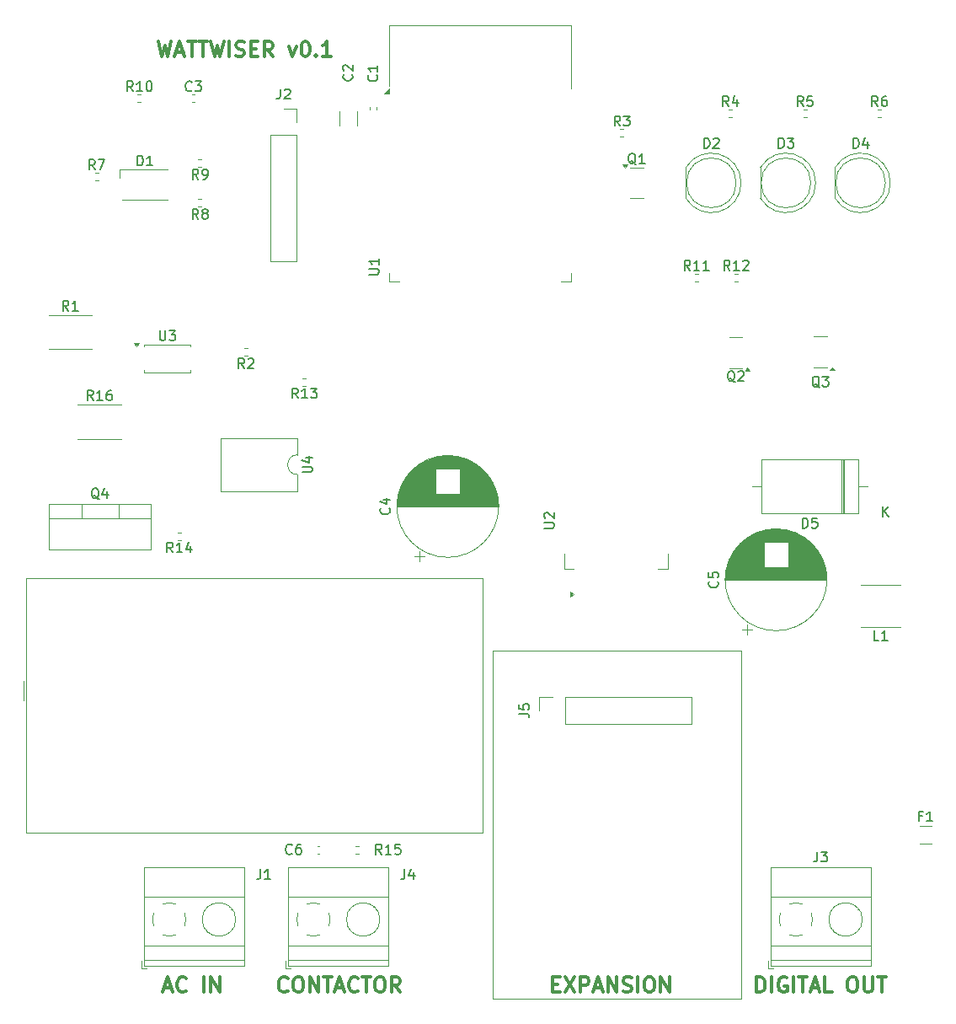
<source format=gbr>
%TF.GenerationSoftware,KiCad,Pcbnew,8.0.3*%
%TF.CreationDate,2024-07-01T15:14:42+02:00*%
%TF.ProjectId,wattwiser,77617474-7769-4736-9572-2e6b69636164,rev?*%
%TF.SameCoordinates,Original*%
%TF.FileFunction,Legend,Top*%
%TF.FilePolarity,Positive*%
%FSLAX46Y46*%
G04 Gerber Fmt 4.6, Leading zero omitted, Abs format (unit mm)*
G04 Created by KiCad (PCBNEW 8.0.3) date 2024-07-01 15:14:42*
%MOMM*%
%LPD*%
G01*
G04 APERTURE LIST*
%ADD10C,0.300000*%
%ADD11C,0.100000*%
%ADD12C,0.150000*%
%ADD13C,0.120000*%
G04 APERTURE END LIST*
D10*
X141054510Y-138515114D02*
X141554510Y-138515114D01*
X141768796Y-139300828D02*
X141054510Y-139300828D01*
X141054510Y-139300828D02*
X141054510Y-137800828D01*
X141054510Y-137800828D02*
X141768796Y-137800828D01*
X142268796Y-137800828D02*
X143268796Y-139300828D01*
X143268796Y-137800828D02*
X142268796Y-139300828D01*
X143840224Y-139300828D02*
X143840224Y-137800828D01*
X143840224Y-137800828D02*
X144411653Y-137800828D01*
X144411653Y-137800828D02*
X144554510Y-137872257D01*
X144554510Y-137872257D02*
X144625939Y-137943685D01*
X144625939Y-137943685D02*
X144697367Y-138086542D01*
X144697367Y-138086542D02*
X144697367Y-138300828D01*
X144697367Y-138300828D02*
X144625939Y-138443685D01*
X144625939Y-138443685D02*
X144554510Y-138515114D01*
X144554510Y-138515114D02*
X144411653Y-138586542D01*
X144411653Y-138586542D02*
X143840224Y-138586542D01*
X145268796Y-138872257D02*
X145983082Y-138872257D01*
X145125939Y-139300828D02*
X145625939Y-137800828D01*
X145625939Y-137800828D02*
X146125939Y-139300828D01*
X146625938Y-139300828D02*
X146625938Y-137800828D01*
X146625938Y-137800828D02*
X147483081Y-139300828D01*
X147483081Y-139300828D02*
X147483081Y-137800828D01*
X148125939Y-139229400D02*
X148340225Y-139300828D01*
X148340225Y-139300828D02*
X148697367Y-139300828D01*
X148697367Y-139300828D02*
X148840225Y-139229400D01*
X148840225Y-139229400D02*
X148911653Y-139157971D01*
X148911653Y-139157971D02*
X148983082Y-139015114D01*
X148983082Y-139015114D02*
X148983082Y-138872257D01*
X148983082Y-138872257D02*
X148911653Y-138729400D01*
X148911653Y-138729400D02*
X148840225Y-138657971D01*
X148840225Y-138657971D02*
X148697367Y-138586542D01*
X148697367Y-138586542D02*
X148411653Y-138515114D01*
X148411653Y-138515114D02*
X148268796Y-138443685D01*
X148268796Y-138443685D02*
X148197367Y-138372257D01*
X148197367Y-138372257D02*
X148125939Y-138229400D01*
X148125939Y-138229400D02*
X148125939Y-138086542D01*
X148125939Y-138086542D02*
X148197367Y-137943685D01*
X148197367Y-137943685D02*
X148268796Y-137872257D01*
X148268796Y-137872257D02*
X148411653Y-137800828D01*
X148411653Y-137800828D02*
X148768796Y-137800828D01*
X148768796Y-137800828D02*
X148983082Y-137872257D01*
X149625938Y-139300828D02*
X149625938Y-137800828D01*
X150625939Y-137800828D02*
X150911653Y-137800828D01*
X150911653Y-137800828D02*
X151054510Y-137872257D01*
X151054510Y-137872257D02*
X151197367Y-138015114D01*
X151197367Y-138015114D02*
X151268796Y-138300828D01*
X151268796Y-138300828D02*
X151268796Y-138800828D01*
X151268796Y-138800828D02*
X151197367Y-139086542D01*
X151197367Y-139086542D02*
X151054510Y-139229400D01*
X151054510Y-139229400D02*
X150911653Y-139300828D01*
X150911653Y-139300828D02*
X150625939Y-139300828D01*
X150625939Y-139300828D02*
X150483082Y-139229400D01*
X150483082Y-139229400D02*
X150340224Y-139086542D01*
X150340224Y-139086542D02*
X150268796Y-138800828D01*
X150268796Y-138800828D02*
X150268796Y-138300828D01*
X150268796Y-138300828D02*
X150340224Y-138015114D01*
X150340224Y-138015114D02*
X150483082Y-137872257D01*
X150483082Y-137872257D02*
X150625939Y-137800828D01*
X151911653Y-139300828D02*
X151911653Y-137800828D01*
X151911653Y-137800828D02*
X152768796Y-139300828D01*
X152768796Y-139300828D02*
X152768796Y-137800828D01*
X101983082Y-138872257D02*
X102697368Y-138872257D01*
X101840225Y-139300828D02*
X102340225Y-137800828D01*
X102340225Y-137800828D02*
X102840225Y-139300828D01*
X104197367Y-139157971D02*
X104125939Y-139229400D01*
X104125939Y-139229400D02*
X103911653Y-139300828D01*
X103911653Y-139300828D02*
X103768796Y-139300828D01*
X103768796Y-139300828D02*
X103554510Y-139229400D01*
X103554510Y-139229400D02*
X103411653Y-139086542D01*
X103411653Y-139086542D02*
X103340224Y-138943685D01*
X103340224Y-138943685D02*
X103268796Y-138657971D01*
X103268796Y-138657971D02*
X103268796Y-138443685D01*
X103268796Y-138443685D02*
X103340224Y-138157971D01*
X103340224Y-138157971D02*
X103411653Y-138015114D01*
X103411653Y-138015114D02*
X103554510Y-137872257D01*
X103554510Y-137872257D02*
X103768796Y-137800828D01*
X103768796Y-137800828D02*
X103911653Y-137800828D01*
X103911653Y-137800828D02*
X104125939Y-137872257D01*
X104125939Y-137872257D02*
X104197367Y-137943685D01*
X105983081Y-139300828D02*
X105983081Y-137800828D01*
X106697367Y-139300828D02*
X106697367Y-137800828D01*
X106697367Y-137800828D02*
X107554510Y-139300828D01*
X107554510Y-139300828D02*
X107554510Y-137800828D01*
X114411653Y-139157971D02*
X114340225Y-139229400D01*
X114340225Y-139229400D02*
X114125939Y-139300828D01*
X114125939Y-139300828D02*
X113983082Y-139300828D01*
X113983082Y-139300828D02*
X113768796Y-139229400D01*
X113768796Y-139229400D02*
X113625939Y-139086542D01*
X113625939Y-139086542D02*
X113554510Y-138943685D01*
X113554510Y-138943685D02*
X113483082Y-138657971D01*
X113483082Y-138657971D02*
X113483082Y-138443685D01*
X113483082Y-138443685D02*
X113554510Y-138157971D01*
X113554510Y-138157971D02*
X113625939Y-138015114D01*
X113625939Y-138015114D02*
X113768796Y-137872257D01*
X113768796Y-137872257D02*
X113983082Y-137800828D01*
X113983082Y-137800828D02*
X114125939Y-137800828D01*
X114125939Y-137800828D02*
X114340225Y-137872257D01*
X114340225Y-137872257D02*
X114411653Y-137943685D01*
X115340225Y-137800828D02*
X115625939Y-137800828D01*
X115625939Y-137800828D02*
X115768796Y-137872257D01*
X115768796Y-137872257D02*
X115911653Y-138015114D01*
X115911653Y-138015114D02*
X115983082Y-138300828D01*
X115983082Y-138300828D02*
X115983082Y-138800828D01*
X115983082Y-138800828D02*
X115911653Y-139086542D01*
X115911653Y-139086542D02*
X115768796Y-139229400D01*
X115768796Y-139229400D02*
X115625939Y-139300828D01*
X115625939Y-139300828D02*
X115340225Y-139300828D01*
X115340225Y-139300828D02*
X115197368Y-139229400D01*
X115197368Y-139229400D02*
X115054510Y-139086542D01*
X115054510Y-139086542D02*
X114983082Y-138800828D01*
X114983082Y-138800828D02*
X114983082Y-138300828D01*
X114983082Y-138300828D02*
X115054510Y-138015114D01*
X115054510Y-138015114D02*
X115197368Y-137872257D01*
X115197368Y-137872257D02*
X115340225Y-137800828D01*
X116625939Y-139300828D02*
X116625939Y-137800828D01*
X116625939Y-137800828D02*
X117483082Y-139300828D01*
X117483082Y-139300828D02*
X117483082Y-137800828D01*
X117983083Y-137800828D02*
X118840226Y-137800828D01*
X118411654Y-139300828D02*
X118411654Y-137800828D01*
X119268797Y-138872257D02*
X119983083Y-138872257D01*
X119125940Y-139300828D02*
X119625940Y-137800828D01*
X119625940Y-137800828D02*
X120125940Y-139300828D01*
X121483082Y-139157971D02*
X121411654Y-139229400D01*
X121411654Y-139229400D02*
X121197368Y-139300828D01*
X121197368Y-139300828D02*
X121054511Y-139300828D01*
X121054511Y-139300828D02*
X120840225Y-139229400D01*
X120840225Y-139229400D02*
X120697368Y-139086542D01*
X120697368Y-139086542D02*
X120625939Y-138943685D01*
X120625939Y-138943685D02*
X120554511Y-138657971D01*
X120554511Y-138657971D02*
X120554511Y-138443685D01*
X120554511Y-138443685D02*
X120625939Y-138157971D01*
X120625939Y-138157971D02*
X120697368Y-138015114D01*
X120697368Y-138015114D02*
X120840225Y-137872257D01*
X120840225Y-137872257D02*
X121054511Y-137800828D01*
X121054511Y-137800828D02*
X121197368Y-137800828D01*
X121197368Y-137800828D02*
X121411654Y-137872257D01*
X121411654Y-137872257D02*
X121483082Y-137943685D01*
X121911654Y-137800828D02*
X122768797Y-137800828D01*
X122340225Y-139300828D02*
X122340225Y-137800828D01*
X123554511Y-137800828D02*
X123840225Y-137800828D01*
X123840225Y-137800828D02*
X123983082Y-137872257D01*
X123983082Y-137872257D02*
X124125939Y-138015114D01*
X124125939Y-138015114D02*
X124197368Y-138300828D01*
X124197368Y-138300828D02*
X124197368Y-138800828D01*
X124197368Y-138800828D02*
X124125939Y-139086542D01*
X124125939Y-139086542D02*
X123983082Y-139229400D01*
X123983082Y-139229400D02*
X123840225Y-139300828D01*
X123840225Y-139300828D02*
X123554511Y-139300828D01*
X123554511Y-139300828D02*
X123411654Y-139229400D01*
X123411654Y-139229400D02*
X123268796Y-139086542D01*
X123268796Y-139086542D02*
X123197368Y-138800828D01*
X123197368Y-138800828D02*
X123197368Y-138300828D01*
X123197368Y-138300828D02*
X123268796Y-138015114D01*
X123268796Y-138015114D02*
X123411654Y-137872257D01*
X123411654Y-137872257D02*
X123554511Y-137800828D01*
X125697368Y-139300828D02*
X125197368Y-138586542D01*
X124840225Y-139300828D02*
X124840225Y-137800828D01*
X124840225Y-137800828D02*
X125411654Y-137800828D01*
X125411654Y-137800828D02*
X125554511Y-137872257D01*
X125554511Y-137872257D02*
X125625940Y-137943685D01*
X125625940Y-137943685D02*
X125697368Y-138086542D01*
X125697368Y-138086542D02*
X125697368Y-138300828D01*
X125697368Y-138300828D02*
X125625940Y-138443685D01*
X125625940Y-138443685D02*
X125554511Y-138515114D01*
X125554511Y-138515114D02*
X125411654Y-138586542D01*
X125411654Y-138586542D02*
X124840225Y-138586542D01*
X161554510Y-139300828D02*
X161554510Y-137800828D01*
X161554510Y-137800828D02*
X161911653Y-137800828D01*
X161911653Y-137800828D02*
X162125939Y-137872257D01*
X162125939Y-137872257D02*
X162268796Y-138015114D01*
X162268796Y-138015114D02*
X162340225Y-138157971D01*
X162340225Y-138157971D02*
X162411653Y-138443685D01*
X162411653Y-138443685D02*
X162411653Y-138657971D01*
X162411653Y-138657971D02*
X162340225Y-138943685D01*
X162340225Y-138943685D02*
X162268796Y-139086542D01*
X162268796Y-139086542D02*
X162125939Y-139229400D01*
X162125939Y-139229400D02*
X161911653Y-139300828D01*
X161911653Y-139300828D02*
X161554510Y-139300828D01*
X163054510Y-139300828D02*
X163054510Y-137800828D01*
X164554511Y-137872257D02*
X164411654Y-137800828D01*
X164411654Y-137800828D02*
X164197368Y-137800828D01*
X164197368Y-137800828D02*
X163983082Y-137872257D01*
X163983082Y-137872257D02*
X163840225Y-138015114D01*
X163840225Y-138015114D02*
X163768796Y-138157971D01*
X163768796Y-138157971D02*
X163697368Y-138443685D01*
X163697368Y-138443685D02*
X163697368Y-138657971D01*
X163697368Y-138657971D02*
X163768796Y-138943685D01*
X163768796Y-138943685D02*
X163840225Y-139086542D01*
X163840225Y-139086542D02*
X163983082Y-139229400D01*
X163983082Y-139229400D02*
X164197368Y-139300828D01*
X164197368Y-139300828D02*
X164340225Y-139300828D01*
X164340225Y-139300828D02*
X164554511Y-139229400D01*
X164554511Y-139229400D02*
X164625939Y-139157971D01*
X164625939Y-139157971D02*
X164625939Y-138657971D01*
X164625939Y-138657971D02*
X164340225Y-138657971D01*
X165268796Y-139300828D02*
X165268796Y-137800828D01*
X165768797Y-137800828D02*
X166625940Y-137800828D01*
X166197368Y-139300828D02*
X166197368Y-137800828D01*
X167054511Y-138872257D02*
X167768797Y-138872257D01*
X166911654Y-139300828D02*
X167411654Y-137800828D01*
X167411654Y-137800828D02*
X167911654Y-139300828D01*
X169125939Y-139300828D02*
X168411653Y-139300828D01*
X168411653Y-139300828D02*
X168411653Y-137800828D01*
X171054511Y-137800828D02*
X171340225Y-137800828D01*
X171340225Y-137800828D02*
X171483082Y-137872257D01*
X171483082Y-137872257D02*
X171625939Y-138015114D01*
X171625939Y-138015114D02*
X171697368Y-138300828D01*
X171697368Y-138300828D02*
X171697368Y-138800828D01*
X171697368Y-138800828D02*
X171625939Y-139086542D01*
X171625939Y-139086542D02*
X171483082Y-139229400D01*
X171483082Y-139229400D02*
X171340225Y-139300828D01*
X171340225Y-139300828D02*
X171054511Y-139300828D01*
X171054511Y-139300828D02*
X170911654Y-139229400D01*
X170911654Y-139229400D02*
X170768796Y-139086542D01*
X170768796Y-139086542D02*
X170697368Y-138800828D01*
X170697368Y-138800828D02*
X170697368Y-138300828D01*
X170697368Y-138300828D02*
X170768796Y-138015114D01*
X170768796Y-138015114D02*
X170911654Y-137872257D01*
X170911654Y-137872257D02*
X171054511Y-137800828D01*
X172340225Y-137800828D02*
X172340225Y-139015114D01*
X172340225Y-139015114D02*
X172411654Y-139157971D01*
X172411654Y-139157971D02*
X172483083Y-139229400D01*
X172483083Y-139229400D02*
X172625940Y-139300828D01*
X172625940Y-139300828D02*
X172911654Y-139300828D01*
X172911654Y-139300828D02*
X173054511Y-139229400D01*
X173054511Y-139229400D02*
X173125940Y-139157971D01*
X173125940Y-139157971D02*
X173197368Y-139015114D01*
X173197368Y-139015114D02*
X173197368Y-137800828D01*
X173697369Y-137800828D02*
X174554512Y-137800828D01*
X174125940Y-139300828D02*
X174125940Y-137800828D01*
X101411653Y-43800828D02*
X101768796Y-45300828D01*
X101768796Y-45300828D02*
X102054510Y-44229400D01*
X102054510Y-44229400D02*
X102340225Y-45300828D01*
X102340225Y-45300828D02*
X102697368Y-43800828D01*
X103197368Y-44872257D02*
X103911654Y-44872257D01*
X103054511Y-45300828D02*
X103554511Y-43800828D01*
X103554511Y-43800828D02*
X104054511Y-45300828D01*
X104340225Y-43800828D02*
X105197368Y-43800828D01*
X104768796Y-45300828D02*
X104768796Y-43800828D01*
X105483082Y-43800828D02*
X106340225Y-43800828D01*
X105911653Y-45300828D02*
X105911653Y-43800828D01*
X106697367Y-43800828D02*
X107054510Y-45300828D01*
X107054510Y-45300828D02*
X107340224Y-44229400D01*
X107340224Y-44229400D02*
X107625939Y-45300828D01*
X107625939Y-45300828D02*
X107983082Y-43800828D01*
X108554510Y-45300828D02*
X108554510Y-43800828D01*
X109197368Y-45229400D02*
X109411654Y-45300828D01*
X109411654Y-45300828D02*
X109768796Y-45300828D01*
X109768796Y-45300828D02*
X109911654Y-45229400D01*
X109911654Y-45229400D02*
X109983082Y-45157971D01*
X109983082Y-45157971D02*
X110054511Y-45015114D01*
X110054511Y-45015114D02*
X110054511Y-44872257D01*
X110054511Y-44872257D02*
X109983082Y-44729400D01*
X109983082Y-44729400D02*
X109911654Y-44657971D01*
X109911654Y-44657971D02*
X109768796Y-44586542D01*
X109768796Y-44586542D02*
X109483082Y-44515114D01*
X109483082Y-44515114D02*
X109340225Y-44443685D01*
X109340225Y-44443685D02*
X109268796Y-44372257D01*
X109268796Y-44372257D02*
X109197368Y-44229400D01*
X109197368Y-44229400D02*
X109197368Y-44086542D01*
X109197368Y-44086542D02*
X109268796Y-43943685D01*
X109268796Y-43943685D02*
X109340225Y-43872257D01*
X109340225Y-43872257D02*
X109483082Y-43800828D01*
X109483082Y-43800828D02*
X109840225Y-43800828D01*
X109840225Y-43800828D02*
X110054511Y-43872257D01*
X110697367Y-44515114D02*
X111197367Y-44515114D01*
X111411653Y-45300828D02*
X110697367Y-45300828D01*
X110697367Y-45300828D02*
X110697367Y-43800828D01*
X110697367Y-43800828D02*
X111411653Y-43800828D01*
X112911653Y-45300828D02*
X112411653Y-44586542D01*
X112054510Y-45300828D02*
X112054510Y-43800828D01*
X112054510Y-43800828D02*
X112625939Y-43800828D01*
X112625939Y-43800828D02*
X112768796Y-43872257D01*
X112768796Y-43872257D02*
X112840225Y-43943685D01*
X112840225Y-43943685D02*
X112911653Y-44086542D01*
X112911653Y-44086542D02*
X112911653Y-44300828D01*
X112911653Y-44300828D02*
X112840225Y-44443685D01*
X112840225Y-44443685D02*
X112768796Y-44515114D01*
X112768796Y-44515114D02*
X112625939Y-44586542D01*
X112625939Y-44586542D02*
X112054510Y-44586542D01*
X114554510Y-44300828D02*
X114911653Y-45300828D01*
X114911653Y-45300828D02*
X115268796Y-44300828D01*
X116125939Y-43800828D02*
X116268796Y-43800828D01*
X116268796Y-43800828D02*
X116411653Y-43872257D01*
X116411653Y-43872257D02*
X116483082Y-43943685D01*
X116483082Y-43943685D02*
X116554510Y-44086542D01*
X116554510Y-44086542D02*
X116625939Y-44372257D01*
X116625939Y-44372257D02*
X116625939Y-44729400D01*
X116625939Y-44729400D02*
X116554510Y-45015114D01*
X116554510Y-45015114D02*
X116483082Y-45157971D01*
X116483082Y-45157971D02*
X116411653Y-45229400D01*
X116411653Y-45229400D02*
X116268796Y-45300828D01*
X116268796Y-45300828D02*
X116125939Y-45300828D01*
X116125939Y-45300828D02*
X115983082Y-45229400D01*
X115983082Y-45229400D02*
X115911653Y-45157971D01*
X115911653Y-45157971D02*
X115840224Y-45015114D01*
X115840224Y-45015114D02*
X115768796Y-44729400D01*
X115768796Y-44729400D02*
X115768796Y-44372257D01*
X115768796Y-44372257D02*
X115840224Y-44086542D01*
X115840224Y-44086542D02*
X115911653Y-43943685D01*
X115911653Y-43943685D02*
X115983082Y-43872257D01*
X115983082Y-43872257D02*
X116125939Y-43800828D01*
X117268795Y-45157971D02*
X117340224Y-45229400D01*
X117340224Y-45229400D02*
X117268795Y-45300828D01*
X117268795Y-45300828D02*
X117197367Y-45229400D01*
X117197367Y-45229400D02*
X117268795Y-45157971D01*
X117268795Y-45157971D02*
X117268795Y-45300828D01*
X118768796Y-45300828D02*
X117911653Y-45300828D01*
X118340224Y-45300828D02*
X118340224Y-43800828D01*
X118340224Y-43800828D02*
X118197367Y-44015114D01*
X118197367Y-44015114D02*
X118054510Y-44157971D01*
X118054510Y-44157971D02*
X117911653Y-44229400D01*
D11*
X135000000Y-105000000D02*
X160000000Y-105000000D01*
X160000000Y-140000000D01*
X135000000Y-140000000D01*
X135000000Y-105000000D01*
D12*
X94857142Y-79834819D02*
X94523809Y-79358628D01*
X94285714Y-79834819D02*
X94285714Y-78834819D01*
X94285714Y-78834819D02*
X94666666Y-78834819D01*
X94666666Y-78834819D02*
X94761904Y-78882438D01*
X94761904Y-78882438D02*
X94809523Y-78930057D01*
X94809523Y-78930057D02*
X94857142Y-79025295D01*
X94857142Y-79025295D02*
X94857142Y-79168152D01*
X94857142Y-79168152D02*
X94809523Y-79263390D01*
X94809523Y-79263390D02*
X94761904Y-79311009D01*
X94761904Y-79311009D02*
X94666666Y-79358628D01*
X94666666Y-79358628D02*
X94285714Y-79358628D01*
X95809523Y-79834819D02*
X95238095Y-79834819D01*
X95523809Y-79834819D02*
X95523809Y-78834819D01*
X95523809Y-78834819D02*
X95428571Y-78977676D01*
X95428571Y-78977676D02*
X95333333Y-79072914D01*
X95333333Y-79072914D02*
X95238095Y-79120533D01*
X96666666Y-78834819D02*
X96476190Y-78834819D01*
X96476190Y-78834819D02*
X96380952Y-78882438D01*
X96380952Y-78882438D02*
X96333333Y-78930057D01*
X96333333Y-78930057D02*
X96238095Y-79072914D01*
X96238095Y-79072914D02*
X96190476Y-79263390D01*
X96190476Y-79263390D02*
X96190476Y-79644342D01*
X96190476Y-79644342D02*
X96238095Y-79739580D01*
X96238095Y-79739580D02*
X96285714Y-79787200D01*
X96285714Y-79787200D02*
X96380952Y-79834819D01*
X96380952Y-79834819D02*
X96571428Y-79834819D01*
X96571428Y-79834819D02*
X96666666Y-79787200D01*
X96666666Y-79787200D02*
X96714285Y-79739580D01*
X96714285Y-79739580D02*
X96761904Y-79644342D01*
X96761904Y-79644342D02*
X96761904Y-79406247D01*
X96761904Y-79406247D02*
X96714285Y-79311009D01*
X96714285Y-79311009D02*
X96666666Y-79263390D01*
X96666666Y-79263390D02*
X96571428Y-79215771D01*
X96571428Y-79215771D02*
X96380952Y-79215771D01*
X96380952Y-79215771D02*
X96285714Y-79263390D01*
X96285714Y-79263390D02*
X96238095Y-79311009D01*
X96238095Y-79311009D02*
X96190476Y-79406247D01*
X92383333Y-70834819D02*
X92050000Y-70358628D01*
X91811905Y-70834819D02*
X91811905Y-69834819D01*
X91811905Y-69834819D02*
X92192857Y-69834819D01*
X92192857Y-69834819D02*
X92288095Y-69882438D01*
X92288095Y-69882438D02*
X92335714Y-69930057D01*
X92335714Y-69930057D02*
X92383333Y-70025295D01*
X92383333Y-70025295D02*
X92383333Y-70168152D01*
X92383333Y-70168152D02*
X92335714Y-70263390D01*
X92335714Y-70263390D02*
X92288095Y-70311009D01*
X92288095Y-70311009D02*
X92192857Y-70358628D01*
X92192857Y-70358628D02*
X91811905Y-70358628D01*
X93335714Y-70834819D02*
X92764286Y-70834819D01*
X93050000Y-70834819D02*
X93050000Y-69834819D01*
X93050000Y-69834819D02*
X92954762Y-69977676D01*
X92954762Y-69977676D02*
X92859524Y-70072914D01*
X92859524Y-70072914D02*
X92764286Y-70120533D01*
X120859580Y-47104166D02*
X120907200Y-47151785D01*
X120907200Y-47151785D02*
X120954819Y-47294642D01*
X120954819Y-47294642D02*
X120954819Y-47389880D01*
X120954819Y-47389880D02*
X120907200Y-47532737D01*
X120907200Y-47532737D02*
X120811961Y-47627975D01*
X120811961Y-47627975D02*
X120716723Y-47675594D01*
X120716723Y-47675594D02*
X120526247Y-47723213D01*
X120526247Y-47723213D02*
X120383390Y-47723213D01*
X120383390Y-47723213D02*
X120192914Y-47675594D01*
X120192914Y-47675594D02*
X120097676Y-47627975D01*
X120097676Y-47627975D02*
X120002438Y-47532737D01*
X120002438Y-47532737D02*
X119954819Y-47389880D01*
X119954819Y-47389880D02*
X119954819Y-47294642D01*
X119954819Y-47294642D02*
X120002438Y-47151785D01*
X120002438Y-47151785D02*
X120050057Y-47104166D01*
X120050057Y-46723213D02*
X120002438Y-46675594D01*
X120002438Y-46675594D02*
X119954819Y-46580356D01*
X119954819Y-46580356D02*
X119954819Y-46342261D01*
X119954819Y-46342261D02*
X120002438Y-46247023D01*
X120002438Y-46247023D02*
X120050057Y-46199404D01*
X120050057Y-46199404D02*
X120145295Y-46151785D01*
X120145295Y-46151785D02*
X120240533Y-46151785D01*
X120240533Y-46151785D02*
X120383390Y-46199404D01*
X120383390Y-46199404D02*
X120954819Y-46770832D01*
X120954819Y-46770832D02*
X120954819Y-46151785D01*
X156256905Y-54494819D02*
X156256905Y-53494819D01*
X156256905Y-53494819D02*
X156495000Y-53494819D01*
X156495000Y-53494819D02*
X156637857Y-53542438D01*
X156637857Y-53542438D02*
X156733095Y-53637676D01*
X156733095Y-53637676D02*
X156780714Y-53732914D01*
X156780714Y-53732914D02*
X156828333Y-53923390D01*
X156828333Y-53923390D02*
X156828333Y-54066247D01*
X156828333Y-54066247D02*
X156780714Y-54256723D01*
X156780714Y-54256723D02*
X156733095Y-54351961D01*
X156733095Y-54351961D02*
X156637857Y-54447200D01*
X156637857Y-54447200D02*
X156495000Y-54494819D01*
X156495000Y-54494819D02*
X156256905Y-54494819D01*
X157209286Y-53590057D02*
X157256905Y-53542438D01*
X157256905Y-53542438D02*
X157352143Y-53494819D01*
X157352143Y-53494819D02*
X157590238Y-53494819D01*
X157590238Y-53494819D02*
X157685476Y-53542438D01*
X157685476Y-53542438D02*
X157733095Y-53590057D01*
X157733095Y-53590057D02*
X157780714Y-53685295D01*
X157780714Y-53685295D02*
X157780714Y-53780533D01*
X157780714Y-53780533D02*
X157733095Y-53923390D01*
X157733095Y-53923390D02*
X157161667Y-54494819D01*
X157161667Y-54494819D02*
X157780714Y-54494819D01*
X147833333Y-52284819D02*
X147500000Y-51808628D01*
X147261905Y-52284819D02*
X147261905Y-51284819D01*
X147261905Y-51284819D02*
X147642857Y-51284819D01*
X147642857Y-51284819D02*
X147738095Y-51332438D01*
X147738095Y-51332438D02*
X147785714Y-51380057D01*
X147785714Y-51380057D02*
X147833333Y-51475295D01*
X147833333Y-51475295D02*
X147833333Y-51618152D01*
X147833333Y-51618152D02*
X147785714Y-51713390D01*
X147785714Y-51713390D02*
X147738095Y-51761009D01*
X147738095Y-51761009D02*
X147642857Y-51808628D01*
X147642857Y-51808628D02*
X147261905Y-51808628D01*
X148166667Y-51284819D02*
X148785714Y-51284819D01*
X148785714Y-51284819D02*
X148452381Y-51665771D01*
X148452381Y-51665771D02*
X148595238Y-51665771D01*
X148595238Y-51665771D02*
X148690476Y-51713390D01*
X148690476Y-51713390D02*
X148738095Y-51761009D01*
X148738095Y-51761009D02*
X148785714Y-51856247D01*
X148785714Y-51856247D02*
X148785714Y-52094342D01*
X148785714Y-52094342D02*
X148738095Y-52189580D01*
X148738095Y-52189580D02*
X148690476Y-52237200D01*
X148690476Y-52237200D02*
X148595238Y-52284819D01*
X148595238Y-52284819D02*
X148309524Y-52284819D01*
X148309524Y-52284819D02*
X148214286Y-52237200D01*
X148214286Y-52237200D02*
X148166667Y-52189580D01*
X123857142Y-125454819D02*
X123523809Y-124978628D01*
X123285714Y-125454819D02*
X123285714Y-124454819D01*
X123285714Y-124454819D02*
X123666666Y-124454819D01*
X123666666Y-124454819D02*
X123761904Y-124502438D01*
X123761904Y-124502438D02*
X123809523Y-124550057D01*
X123809523Y-124550057D02*
X123857142Y-124645295D01*
X123857142Y-124645295D02*
X123857142Y-124788152D01*
X123857142Y-124788152D02*
X123809523Y-124883390D01*
X123809523Y-124883390D02*
X123761904Y-124931009D01*
X123761904Y-124931009D02*
X123666666Y-124978628D01*
X123666666Y-124978628D02*
X123285714Y-124978628D01*
X124809523Y-125454819D02*
X124238095Y-125454819D01*
X124523809Y-125454819D02*
X124523809Y-124454819D01*
X124523809Y-124454819D02*
X124428571Y-124597676D01*
X124428571Y-124597676D02*
X124333333Y-124692914D01*
X124333333Y-124692914D02*
X124238095Y-124740533D01*
X125714285Y-124454819D02*
X125238095Y-124454819D01*
X125238095Y-124454819D02*
X125190476Y-124931009D01*
X125190476Y-124931009D02*
X125238095Y-124883390D01*
X125238095Y-124883390D02*
X125333333Y-124835771D01*
X125333333Y-124835771D02*
X125571428Y-124835771D01*
X125571428Y-124835771D02*
X125666666Y-124883390D01*
X125666666Y-124883390D02*
X125714285Y-124931009D01*
X125714285Y-124931009D02*
X125761904Y-125026247D01*
X125761904Y-125026247D02*
X125761904Y-125264342D01*
X125761904Y-125264342D02*
X125714285Y-125359580D01*
X125714285Y-125359580D02*
X125666666Y-125407200D01*
X125666666Y-125407200D02*
X125571428Y-125454819D01*
X125571428Y-125454819D02*
X125333333Y-125454819D01*
X125333333Y-125454819D02*
X125238095Y-125407200D01*
X125238095Y-125407200D02*
X125190476Y-125359580D01*
X111666666Y-126954819D02*
X111666666Y-127669104D01*
X111666666Y-127669104D02*
X111619047Y-127811961D01*
X111619047Y-127811961D02*
X111523809Y-127907200D01*
X111523809Y-127907200D02*
X111380952Y-127954819D01*
X111380952Y-127954819D02*
X111285714Y-127954819D01*
X112666666Y-127954819D02*
X112095238Y-127954819D01*
X112380952Y-127954819D02*
X112380952Y-126954819D01*
X112380952Y-126954819D02*
X112285714Y-127097676D01*
X112285714Y-127097676D02*
X112190476Y-127192914D01*
X112190476Y-127192914D02*
X112095238Y-127240533D01*
X122594819Y-67191904D02*
X123404342Y-67191904D01*
X123404342Y-67191904D02*
X123499580Y-67144285D01*
X123499580Y-67144285D02*
X123547200Y-67096666D01*
X123547200Y-67096666D02*
X123594819Y-67001428D01*
X123594819Y-67001428D02*
X123594819Y-66810952D01*
X123594819Y-66810952D02*
X123547200Y-66715714D01*
X123547200Y-66715714D02*
X123499580Y-66668095D01*
X123499580Y-66668095D02*
X123404342Y-66620476D01*
X123404342Y-66620476D02*
X122594819Y-66620476D01*
X123594819Y-65620476D02*
X123594819Y-66191904D01*
X123594819Y-65906190D02*
X122594819Y-65906190D01*
X122594819Y-65906190D02*
X122737676Y-66001428D01*
X122737676Y-66001428D02*
X122832914Y-66096666D01*
X122832914Y-66096666D02*
X122880533Y-66191904D01*
X105430833Y-61624819D02*
X105097500Y-61148628D01*
X104859405Y-61624819D02*
X104859405Y-60624819D01*
X104859405Y-60624819D02*
X105240357Y-60624819D01*
X105240357Y-60624819D02*
X105335595Y-60672438D01*
X105335595Y-60672438D02*
X105383214Y-60720057D01*
X105383214Y-60720057D02*
X105430833Y-60815295D01*
X105430833Y-60815295D02*
X105430833Y-60958152D01*
X105430833Y-60958152D02*
X105383214Y-61053390D01*
X105383214Y-61053390D02*
X105335595Y-61101009D01*
X105335595Y-61101009D02*
X105240357Y-61148628D01*
X105240357Y-61148628D02*
X104859405Y-61148628D01*
X106002262Y-61053390D02*
X105907024Y-61005771D01*
X105907024Y-61005771D02*
X105859405Y-60958152D01*
X105859405Y-60958152D02*
X105811786Y-60862914D01*
X105811786Y-60862914D02*
X105811786Y-60815295D01*
X105811786Y-60815295D02*
X105859405Y-60720057D01*
X105859405Y-60720057D02*
X105907024Y-60672438D01*
X105907024Y-60672438D02*
X106002262Y-60624819D01*
X106002262Y-60624819D02*
X106192738Y-60624819D01*
X106192738Y-60624819D02*
X106287976Y-60672438D01*
X106287976Y-60672438D02*
X106335595Y-60720057D01*
X106335595Y-60720057D02*
X106383214Y-60815295D01*
X106383214Y-60815295D02*
X106383214Y-60862914D01*
X106383214Y-60862914D02*
X106335595Y-60958152D01*
X106335595Y-60958152D02*
X106287976Y-61005771D01*
X106287976Y-61005771D02*
X106192738Y-61053390D01*
X106192738Y-61053390D02*
X106002262Y-61053390D01*
X106002262Y-61053390D02*
X105907024Y-61101009D01*
X105907024Y-61101009D02*
X105859405Y-61148628D01*
X105859405Y-61148628D02*
X105811786Y-61243866D01*
X105811786Y-61243866D02*
X105811786Y-61434342D01*
X105811786Y-61434342D02*
X105859405Y-61529580D01*
X105859405Y-61529580D02*
X105907024Y-61577200D01*
X105907024Y-61577200D02*
X106002262Y-61624819D01*
X106002262Y-61624819D02*
X106192738Y-61624819D01*
X106192738Y-61624819D02*
X106287976Y-61577200D01*
X106287976Y-61577200D02*
X106335595Y-61529580D01*
X106335595Y-61529580D02*
X106383214Y-61434342D01*
X106383214Y-61434342D02*
X106383214Y-61243866D01*
X106383214Y-61243866D02*
X106335595Y-61148628D01*
X106335595Y-61148628D02*
X106287976Y-61101009D01*
X106287976Y-61101009D02*
X106192738Y-61053390D01*
X104765833Y-48699580D02*
X104718214Y-48747200D01*
X104718214Y-48747200D02*
X104575357Y-48794819D01*
X104575357Y-48794819D02*
X104480119Y-48794819D01*
X104480119Y-48794819D02*
X104337262Y-48747200D01*
X104337262Y-48747200D02*
X104242024Y-48651961D01*
X104242024Y-48651961D02*
X104194405Y-48556723D01*
X104194405Y-48556723D02*
X104146786Y-48366247D01*
X104146786Y-48366247D02*
X104146786Y-48223390D01*
X104146786Y-48223390D02*
X104194405Y-48032914D01*
X104194405Y-48032914D02*
X104242024Y-47937676D01*
X104242024Y-47937676D02*
X104337262Y-47842438D01*
X104337262Y-47842438D02*
X104480119Y-47794819D01*
X104480119Y-47794819D02*
X104575357Y-47794819D01*
X104575357Y-47794819D02*
X104718214Y-47842438D01*
X104718214Y-47842438D02*
X104765833Y-47890057D01*
X105099167Y-47794819D02*
X105718214Y-47794819D01*
X105718214Y-47794819D02*
X105384881Y-48175771D01*
X105384881Y-48175771D02*
X105527738Y-48175771D01*
X105527738Y-48175771D02*
X105622976Y-48223390D01*
X105622976Y-48223390D02*
X105670595Y-48271009D01*
X105670595Y-48271009D02*
X105718214Y-48366247D01*
X105718214Y-48366247D02*
X105718214Y-48604342D01*
X105718214Y-48604342D02*
X105670595Y-48699580D01*
X105670595Y-48699580D02*
X105622976Y-48747200D01*
X105622976Y-48747200D02*
X105527738Y-48794819D01*
X105527738Y-48794819D02*
X105242024Y-48794819D01*
X105242024Y-48794819D02*
X105146786Y-48747200D01*
X105146786Y-48747200D02*
X105099167Y-48699580D01*
X149404761Y-56150057D02*
X149309523Y-56102438D01*
X149309523Y-56102438D02*
X149214285Y-56007200D01*
X149214285Y-56007200D02*
X149071428Y-55864342D01*
X149071428Y-55864342D02*
X148976190Y-55816723D01*
X148976190Y-55816723D02*
X148880952Y-55816723D01*
X148928571Y-56054819D02*
X148833333Y-56007200D01*
X148833333Y-56007200D02*
X148738095Y-55911961D01*
X148738095Y-55911961D02*
X148690476Y-55721485D01*
X148690476Y-55721485D02*
X148690476Y-55388152D01*
X148690476Y-55388152D02*
X148738095Y-55197676D01*
X148738095Y-55197676D02*
X148833333Y-55102438D01*
X148833333Y-55102438D02*
X148928571Y-55054819D01*
X148928571Y-55054819D02*
X149119047Y-55054819D01*
X149119047Y-55054819D02*
X149214285Y-55102438D01*
X149214285Y-55102438D02*
X149309523Y-55197676D01*
X149309523Y-55197676D02*
X149357142Y-55388152D01*
X149357142Y-55388152D02*
X149357142Y-55721485D01*
X149357142Y-55721485D02*
X149309523Y-55911961D01*
X149309523Y-55911961D02*
X149214285Y-56007200D01*
X149214285Y-56007200D02*
X149119047Y-56054819D01*
X149119047Y-56054819D02*
X148928571Y-56054819D01*
X150309523Y-56054819D02*
X149738095Y-56054819D01*
X150023809Y-56054819D02*
X150023809Y-55054819D01*
X150023809Y-55054819D02*
X149928571Y-55197676D01*
X149928571Y-55197676D02*
X149833333Y-55292914D01*
X149833333Y-55292914D02*
X149738095Y-55340533D01*
X137684819Y-111333333D02*
X138399104Y-111333333D01*
X138399104Y-111333333D02*
X138541961Y-111380952D01*
X138541961Y-111380952D02*
X138637200Y-111476190D01*
X138637200Y-111476190D02*
X138684819Y-111619047D01*
X138684819Y-111619047D02*
X138684819Y-111714285D01*
X137684819Y-110380952D02*
X137684819Y-110857142D01*
X137684819Y-110857142D02*
X138161009Y-110904761D01*
X138161009Y-110904761D02*
X138113390Y-110857142D01*
X138113390Y-110857142D02*
X138065771Y-110761904D01*
X138065771Y-110761904D02*
X138065771Y-110523809D01*
X138065771Y-110523809D02*
X138113390Y-110428571D01*
X138113390Y-110428571D02*
X138161009Y-110380952D01*
X138161009Y-110380952D02*
X138256247Y-110333333D01*
X138256247Y-110333333D02*
X138494342Y-110333333D01*
X138494342Y-110333333D02*
X138589580Y-110380952D01*
X138589580Y-110380952D02*
X138637200Y-110428571D01*
X138637200Y-110428571D02*
X138684819Y-110523809D01*
X138684819Y-110523809D02*
X138684819Y-110761904D01*
X138684819Y-110761904D02*
X138637200Y-110857142D01*
X138637200Y-110857142D02*
X138589580Y-110904761D01*
X173833333Y-103954819D02*
X173357143Y-103954819D01*
X173357143Y-103954819D02*
X173357143Y-102954819D01*
X174690476Y-103954819D02*
X174119048Y-103954819D01*
X174404762Y-103954819D02*
X174404762Y-102954819D01*
X174404762Y-102954819D02*
X174309524Y-103097676D01*
X174309524Y-103097676D02*
X174214286Y-103192914D01*
X174214286Y-103192914D02*
X174119048Y-103240533D01*
X124609580Y-90666666D02*
X124657200Y-90714285D01*
X124657200Y-90714285D02*
X124704819Y-90857142D01*
X124704819Y-90857142D02*
X124704819Y-90952380D01*
X124704819Y-90952380D02*
X124657200Y-91095237D01*
X124657200Y-91095237D02*
X124561961Y-91190475D01*
X124561961Y-91190475D02*
X124466723Y-91238094D01*
X124466723Y-91238094D02*
X124276247Y-91285713D01*
X124276247Y-91285713D02*
X124133390Y-91285713D01*
X124133390Y-91285713D02*
X123942914Y-91238094D01*
X123942914Y-91238094D02*
X123847676Y-91190475D01*
X123847676Y-91190475D02*
X123752438Y-91095237D01*
X123752438Y-91095237D02*
X123704819Y-90952380D01*
X123704819Y-90952380D02*
X123704819Y-90857142D01*
X123704819Y-90857142D02*
X123752438Y-90714285D01*
X123752438Y-90714285D02*
X123800057Y-90666666D01*
X124038152Y-89809523D02*
X124704819Y-89809523D01*
X123657200Y-90047618D02*
X124371485Y-90285713D01*
X124371485Y-90285713D02*
X124371485Y-89666666D01*
X154857142Y-66784819D02*
X154523809Y-66308628D01*
X154285714Y-66784819D02*
X154285714Y-65784819D01*
X154285714Y-65784819D02*
X154666666Y-65784819D01*
X154666666Y-65784819D02*
X154761904Y-65832438D01*
X154761904Y-65832438D02*
X154809523Y-65880057D01*
X154809523Y-65880057D02*
X154857142Y-65975295D01*
X154857142Y-65975295D02*
X154857142Y-66118152D01*
X154857142Y-66118152D02*
X154809523Y-66213390D01*
X154809523Y-66213390D02*
X154761904Y-66261009D01*
X154761904Y-66261009D02*
X154666666Y-66308628D01*
X154666666Y-66308628D02*
X154285714Y-66308628D01*
X155809523Y-66784819D02*
X155238095Y-66784819D01*
X155523809Y-66784819D02*
X155523809Y-65784819D01*
X155523809Y-65784819D02*
X155428571Y-65927676D01*
X155428571Y-65927676D02*
X155333333Y-66022914D01*
X155333333Y-66022914D02*
X155238095Y-66070533D01*
X156761904Y-66784819D02*
X156190476Y-66784819D01*
X156476190Y-66784819D02*
X156476190Y-65784819D01*
X156476190Y-65784819D02*
X156380952Y-65927676D01*
X156380952Y-65927676D02*
X156285714Y-66022914D01*
X156285714Y-66022914D02*
X156190476Y-66070533D01*
X178179166Y-121611009D02*
X177845833Y-121611009D01*
X177845833Y-122134819D02*
X177845833Y-121134819D01*
X177845833Y-121134819D02*
X178322023Y-121134819D01*
X179226785Y-122134819D02*
X178655357Y-122134819D01*
X178941071Y-122134819D02*
X178941071Y-121134819D01*
X178941071Y-121134819D02*
X178845833Y-121277676D01*
X178845833Y-121277676D02*
X178750595Y-121372914D01*
X178750595Y-121372914D02*
X178655357Y-121420533D01*
X166141905Y-92674819D02*
X166141905Y-91674819D01*
X166141905Y-91674819D02*
X166380000Y-91674819D01*
X166380000Y-91674819D02*
X166522857Y-91722438D01*
X166522857Y-91722438D02*
X166618095Y-91817676D01*
X166618095Y-91817676D02*
X166665714Y-91912914D01*
X166665714Y-91912914D02*
X166713333Y-92103390D01*
X166713333Y-92103390D02*
X166713333Y-92246247D01*
X166713333Y-92246247D02*
X166665714Y-92436723D01*
X166665714Y-92436723D02*
X166618095Y-92531961D01*
X166618095Y-92531961D02*
X166522857Y-92627200D01*
X166522857Y-92627200D02*
X166380000Y-92674819D01*
X166380000Y-92674819D02*
X166141905Y-92674819D01*
X167618095Y-91674819D02*
X167141905Y-91674819D01*
X167141905Y-91674819D02*
X167094286Y-92151009D01*
X167094286Y-92151009D02*
X167141905Y-92103390D01*
X167141905Y-92103390D02*
X167237143Y-92055771D01*
X167237143Y-92055771D02*
X167475238Y-92055771D01*
X167475238Y-92055771D02*
X167570476Y-92103390D01*
X167570476Y-92103390D02*
X167618095Y-92151009D01*
X167618095Y-92151009D02*
X167665714Y-92246247D01*
X167665714Y-92246247D02*
X167665714Y-92484342D01*
X167665714Y-92484342D02*
X167618095Y-92579580D01*
X167618095Y-92579580D02*
X167570476Y-92627200D01*
X167570476Y-92627200D02*
X167475238Y-92674819D01*
X167475238Y-92674819D02*
X167237143Y-92674819D01*
X167237143Y-92674819D02*
X167141905Y-92627200D01*
X167141905Y-92627200D02*
X167094286Y-92579580D01*
X174238095Y-91554819D02*
X174238095Y-90554819D01*
X174809523Y-91554819D02*
X174380952Y-90983390D01*
X174809523Y-90554819D02*
X174238095Y-91126247D01*
X105430833Y-57624819D02*
X105097500Y-57148628D01*
X104859405Y-57624819D02*
X104859405Y-56624819D01*
X104859405Y-56624819D02*
X105240357Y-56624819D01*
X105240357Y-56624819D02*
X105335595Y-56672438D01*
X105335595Y-56672438D02*
X105383214Y-56720057D01*
X105383214Y-56720057D02*
X105430833Y-56815295D01*
X105430833Y-56815295D02*
X105430833Y-56958152D01*
X105430833Y-56958152D02*
X105383214Y-57053390D01*
X105383214Y-57053390D02*
X105335595Y-57101009D01*
X105335595Y-57101009D02*
X105240357Y-57148628D01*
X105240357Y-57148628D02*
X104859405Y-57148628D01*
X105907024Y-57624819D02*
X106097500Y-57624819D01*
X106097500Y-57624819D02*
X106192738Y-57577200D01*
X106192738Y-57577200D02*
X106240357Y-57529580D01*
X106240357Y-57529580D02*
X106335595Y-57386723D01*
X106335595Y-57386723D02*
X106383214Y-57196247D01*
X106383214Y-57196247D02*
X106383214Y-56815295D01*
X106383214Y-56815295D02*
X106335595Y-56720057D01*
X106335595Y-56720057D02*
X106287976Y-56672438D01*
X106287976Y-56672438D02*
X106192738Y-56624819D01*
X106192738Y-56624819D02*
X106002262Y-56624819D01*
X106002262Y-56624819D02*
X105907024Y-56672438D01*
X105907024Y-56672438D02*
X105859405Y-56720057D01*
X105859405Y-56720057D02*
X105811786Y-56815295D01*
X105811786Y-56815295D02*
X105811786Y-57053390D01*
X105811786Y-57053390D02*
X105859405Y-57148628D01*
X105859405Y-57148628D02*
X105907024Y-57196247D01*
X105907024Y-57196247D02*
X106002262Y-57243866D01*
X106002262Y-57243866D02*
X106192738Y-57243866D01*
X106192738Y-57243866D02*
X106287976Y-57196247D01*
X106287976Y-57196247D02*
X106335595Y-57148628D01*
X106335595Y-57148628D02*
X106383214Y-57053390D01*
X102857142Y-95124819D02*
X102523809Y-94648628D01*
X102285714Y-95124819D02*
X102285714Y-94124819D01*
X102285714Y-94124819D02*
X102666666Y-94124819D01*
X102666666Y-94124819D02*
X102761904Y-94172438D01*
X102761904Y-94172438D02*
X102809523Y-94220057D01*
X102809523Y-94220057D02*
X102857142Y-94315295D01*
X102857142Y-94315295D02*
X102857142Y-94458152D01*
X102857142Y-94458152D02*
X102809523Y-94553390D01*
X102809523Y-94553390D02*
X102761904Y-94601009D01*
X102761904Y-94601009D02*
X102666666Y-94648628D01*
X102666666Y-94648628D02*
X102285714Y-94648628D01*
X103809523Y-95124819D02*
X103238095Y-95124819D01*
X103523809Y-95124819D02*
X103523809Y-94124819D01*
X103523809Y-94124819D02*
X103428571Y-94267676D01*
X103428571Y-94267676D02*
X103333333Y-94362914D01*
X103333333Y-94362914D02*
X103238095Y-94410533D01*
X104666666Y-94458152D02*
X104666666Y-95124819D01*
X104428571Y-94077200D02*
X104190476Y-94791485D01*
X104190476Y-94791485D02*
X104809523Y-94791485D01*
X110055833Y-76624819D02*
X109722500Y-76148628D01*
X109484405Y-76624819D02*
X109484405Y-75624819D01*
X109484405Y-75624819D02*
X109865357Y-75624819D01*
X109865357Y-75624819D02*
X109960595Y-75672438D01*
X109960595Y-75672438D02*
X110008214Y-75720057D01*
X110008214Y-75720057D02*
X110055833Y-75815295D01*
X110055833Y-75815295D02*
X110055833Y-75958152D01*
X110055833Y-75958152D02*
X110008214Y-76053390D01*
X110008214Y-76053390D02*
X109960595Y-76101009D01*
X109960595Y-76101009D02*
X109865357Y-76148628D01*
X109865357Y-76148628D02*
X109484405Y-76148628D01*
X110436786Y-75720057D02*
X110484405Y-75672438D01*
X110484405Y-75672438D02*
X110579643Y-75624819D01*
X110579643Y-75624819D02*
X110817738Y-75624819D01*
X110817738Y-75624819D02*
X110912976Y-75672438D01*
X110912976Y-75672438D02*
X110960595Y-75720057D01*
X110960595Y-75720057D02*
X111008214Y-75815295D01*
X111008214Y-75815295D02*
X111008214Y-75910533D01*
X111008214Y-75910533D02*
X110960595Y-76053390D01*
X110960595Y-76053390D02*
X110389167Y-76624819D01*
X110389167Y-76624819D02*
X111008214Y-76624819D01*
X158857142Y-66784819D02*
X158523809Y-66308628D01*
X158285714Y-66784819D02*
X158285714Y-65784819D01*
X158285714Y-65784819D02*
X158666666Y-65784819D01*
X158666666Y-65784819D02*
X158761904Y-65832438D01*
X158761904Y-65832438D02*
X158809523Y-65880057D01*
X158809523Y-65880057D02*
X158857142Y-65975295D01*
X158857142Y-65975295D02*
X158857142Y-66118152D01*
X158857142Y-66118152D02*
X158809523Y-66213390D01*
X158809523Y-66213390D02*
X158761904Y-66261009D01*
X158761904Y-66261009D02*
X158666666Y-66308628D01*
X158666666Y-66308628D02*
X158285714Y-66308628D01*
X159809523Y-66784819D02*
X159238095Y-66784819D01*
X159523809Y-66784819D02*
X159523809Y-65784819D01*
X159523809Y-65784819D02*
X159428571Y-65927676D01*
X159428571Y-65927676D02*
X159333333Y-66022914D01*
X159333333Y-66022914D02*
X159238095Y-66070533D01*
X160190476Y-65880057D02*
X160238095Y-65832438D01*
X160238095Y-65832438D02*
X160333333Y-65784819D01*
X160333333Y-65784819D02*
X160571428Y-65784819D01*
X160571428Y-65784819D02*
X160666666Y-65832438D01*
X160666666Y-65832438D02*
X160714285Y-65880057D01*
X160714285Y-65880057D02*
X160761904Y-65975295D01*
X160761904Y-65975295D02*
X160761904Y-66070533D01*
X160761904Y-66070533D02*
X160714285Y-66213390D01*
X160714285Y-66213390D02*
X160142857Y-66784819D01*
X160142857Y-66784819D02*
X160761904Y-66784819D01*
X114833333Y-125359580D02*
X114785714Y-125407200D01*
X114785714Y-125407200D02*
X114642857Y-125454819D01*
X114642857Y-125454819D02*
X114547619Y-125454819D01*
X114547619Y-125454819D02*
X114404762Y-125407200D01*
X114404762Y-125407200D02*
X114309524Y-125311961D01*
X114309524Y-125311961D02*
X114261905Y-125216723D01*
X114261905Y-125216723D02*
X114214286Y-125026247D01*
X114214286Y-125026247D02*
X114214286Y-124883390D01*
X114214286Y-124883390D02*
X114261905Y-124692914D01*
X114261905Y-124692914D02*
X114309524Y-124597676D01*
X114309524Y-124597676D02*
X114404762Y-124502438D01*
X114404762Y-124502438D02*
X114547619Y-124454819D01*
X114547619Y-124454819D02*
X114642857Y-124454819D01*
X114642857Y-124454819D02*
X114785714Y-124502438D01*
X114785714Y-124502438D02*
X114833333Y-124550057D01*
X115690476Y-124454819D02*
X115500000Y-124454819D01*
X115500000Y-124454819D02*
X115404762Y-124502438D01*
X115404762Y-124502438D02*
X115357143Y-124550057D01*
X115357143Y-124550057D02*
X115261905Y-124692914D01*
X115261905Y-124692914D02*
X115214286Y-124883390D01*
X115214286Y-124883390D02*
X115214286Y-125264342D01*
X115214286Y-125264342D02*
X115261905Y-125359580D01*
X115261905Y-125359580D02*
X115309524Y-125407200D01*
X115309524Y-125407200D02*
X115404762Y-125454819D01*
X115404762Y-125454819D02*
X115595238Y-125454819D01*
X115595238Y-125454819D02*
X115690476Y-125407200D01*
X115690476Y-125407200D02*
X115738095Y-125359580D01*
X115738095Y-125359580D02*
X115785714Y-125264342D01*
X115785714Y-125264342D02*
X115785714Y-125026247D01*
X115785714Y-125026247D02*
X115738095Y-124931009D01*
X115738095Y-124931009D02*
X115690476Y-124883390D01*
X115690476Y-124883390D02*
X115595238Y-124835771D01*
X115595238Y-124835771D02*
X115404762Y-124835771D01*
X115404762Y-124835771D02*
X115309524Y-124883390D01*
X115309524Y-124883390D02*
X115261905Y-124931009D01*
X115261905Y-124931009D02*
X115214286Y-125026247D01*
X115454642Y-79624819D02*
X115121309Y-79148628D01*
X114883214Y-79624819D02*
X114883214Y-78624819D01*
X114883214Y-78624819D02*
X115264166Y-78624819D01*
X115264166Y-78624819D02*
X115359404Y-78672438D01*
X115359404Y-78672438D02*
X115407023Y-78720057D01*
X115407023Y-78720057D02*
X115454642Y-78815295D01*
X115454642Y-78815295D02*
X115454642Y-78958152D01*
X115454642Y-78958152D02*
X115407023Y-79053390D01*
X115407023Y-79053390D02*
X115359404Y-79101009D01*
X115359404Y-79101009D02*
X115264166Y-79148628D01*
X115264166Y-79148628D02*
X114883214Y-79148628D01*
X116407023Y-79624819D02*
X115835595Y-79624819D01*
X116121309Y-79624819D02*
X116121309Y-78624819D01*
X116121309Y-78624819D02*
X116026071Y-78767676D01*
X116026071Y-78767676D02*
X115930833Y-78862914D01*
X115930833Y-78862914D02*
X115835595Y-78910533D01*
X116740357Y-78624819D02*
X117359404Y-78624819D01*
X117359404Y-78624819D02*
X117026071Y-79005771D01*
X117026071Y-79005771D02*
X117168928Y-79005771D01*
X117168928Y-79005771D02*
X117264166Y-79053390D01*
X117264166Y-79053390D02*
X117311785Y-79101009D01*
X117311785Y-79101009D02*
X117359404Y-79196247D01*
X117359404Y-79196247D02*
X117359404Y-79434342D01*
X117359404Y-79434342D02*
X117311785Y-79529580D01*
X117311785Y-79529580D02*
X117264166Y-79577200D01*
X117264166Y-79577200D02*
X117168928Y-79624819D01*
X117168928Y-79624819D02*
X116883214Y-79624819D01*
X116883214Y-79624819D02*
X116787976Y-79577200D01*
X116787976Y-79577200D02*
X116740357Y-79529580D01*
X99311905Y-56254819D02*
X99311905Y-55254819D01*
X99311905Y-55254819D02*
X99550000Y-55254819D01*
X99550000Y-55254819D02*
X99692857Y-55302438D01*
X99692857Y-55302438D02*
X99788095Y-55397676D01*
X99788095Y-55397676D02*
X99835714Y-55492914D01*
X99835714Y-55492914D02*
X99883333Y-55683390D01*
X99883333Y-55683390D02*
X99883333Y-55826247D01*
X99883333Y-55826247D02*
X99835714Y-56016723D01*
X99835714Y-56016723D02*
X99788095Y-56111961D01*
X99788095Y-56111961D02*
X99692857Y-56207200D01*
X99692857Y-56207200D02*
X99550000Y-56254819D01*
X99550000Y-56254819D02*
X99311905Y-56254819D01*
X100835714Y-56254819D02*
X100264286Y-56254819D01*
X100550000Y-56254819D02*
X100550000Y-55254819D01*
X100550000Y-55254819D02*
X100454762Y-55397676D01*
X100454762Y-55397676D02*
X100359524Y-55492914D01*
X100359524Y-55492914D02*
X100264286Y-55540533D01*
X173735833Y-50284819D02*
X173402500Y-49808628D01*
X173164405Y-50284819D02*
X173164405Y-49284819D01*
X173164405Y-49284819D02*
X173545357Y-49284819D01*
X173545357Y-49284819D02*
X173640595Y-49332438D01*
X173640595Y-49332438D02*
X173688214Y-49380057D01*
X173688214Y-49380057D02*
X173735833Y-49475295D01*
X173735833Y-49475295D02*
X173735833Y-49618152D01*
X173735833Y-49618152D02*
X173688214Y-49713390D01*
X173688214Y-49713390D02*
X173640595Y-49761009D01*
X173640595Y-49761009D02*
X173545357Y-49808628D01*
X173545357Y-49808628D02*
X173164405Y-49808628D01*
X174592976Y-49284819D02*
X174402500Y-49284819D01*
X174402500Y-49284819D02*
X174307262Y-49332438D01*
X174307262Y-49332438D02*
X174259643Y-49380057D01*
X174259643Y-49380057D02*
X174164405Y-49522914D01*
X174164405Y-49522914D02*
X174116786Y-49713390D01*
X174116786Y-49713390D02*
X174116786Y-50094342D01*
X174116786Y-50094342D02*
X174164405Y-50189580D01*
X174164405Y-50189580D02*
X174212024Y-50237200D01*
X174212024Y-50237200D02*
X174307262Y-50284819D01*
X174307262Y-50284819D02*
X174497738Y-50284819D01*
X174497738Y-50284819D02*
X174592976Y-50237200D01*
X174592976Y-50237200D02*
X174640595Y-50189580D01*
X174640595Y-50189580D02*
X174688214Y-50094342D01*
X174688214Y-50094342D02*
X174688214Y-49856247D01*
X174688214Y-49856247D02*
X174640595Y-49761009D01*
X174640595Y-49761009D02*
X174592976Y-49713390D01*
X174592976Y-49713390D02*
X174497738Y-49665771D01*
X174497738Y-49665771D02*
X174307262Y-49665771D01*
X174307262Y-49665771D02*
X174212024Y-49713390D01*
X174212024Y-49713390D02*
X174164405Y-49761009D01*
X174164405Y-49761009D02*
X174116786Y-49856247D01*
X166235833Y-50284819D02*
X165902500Y-49808628D01*
X165664405Y-50284819D02*
X165664405Y-49284819D01*
X165664405Y-49284819D02*
X166045357Y-49284819D01*
X166045357Y-49284819D02*
X166140595Y-49332438D01*
X166140595Y-49332438D02*
X166188214Y-49380057D01*
X166188214Y-49380057D02*
X166235833Y-49475295D01*
X166235833Y-49475295D02*
X166235833Y-49618152D01*
X166235833Y-49618152D02*
X166188214Y-49713390D01*
X166188214Y-49713390D02*
X166140595Y-49761009D01*
X166140595Y-49761009D02*
X166045357Y-49808628D01*
X166045357Y-49808628D02*
X165664405Y-49808628D01*
X167140595Y-49284819D02*
X166664405Y-49284819D01*
X166664405Y-49284819D02*
X166616786Y-49761009D01*
X166616786Y-49761009D02*
X166664405Y-49713390D01*
X166664405Y-49713390D02*
X166759643Y-49665771D01*
X166759643Y-49665771D02*
X166997738Y-49665771D01*
X166997738Y-49665771D02*
X167092976Y-49713390D01*
X167092976Y-49713390D02*
X167140595Y-49761009D01*
X167140595Y-49761009D02*
X167188214Y-49856247D01*
X167188214Y-49856247D02*
X167188214Y-50094342D01*
X167188214Y-50094342D02*
X167140595Y-50189580D01*
X167140595Y-50189580D02*
X167092976Y-50237200D01*
X167092976Y-50237200D02*
X166997738Y-50284819D01*
X166997738Y-50284819D02*
X166759643Y-50284819D01*
X166759643Y-50284819D02*
X166664405Y-50237200D01*
X166664405Y-50237200D02*
X166616786Y-50189580D01*
X98857142Y-48784819D02*
X98523809Y-48308628D01*
X98285714Y-48784819D02*
X98285714Y-47784819D01*
X98285714Y-47784819D02*
X98666666Y-47784819D01*
X98666666Y-47784819D02*
X98761904Y-47832438D01*
X98761904Y-47832438D02*
X98809523Y-47880057D01*
X98809523Y-47880057D02*
X98857142Y-47975295D01*
X98857142Y-47975295D02*
X98857142Y-48118152D01*
X98857142Y-48118152D02*
X98809523Y-48213390D01*
X98809523Y-48213390D02*
X98761904Y-48261009D01*
X98761904Y-48261009D02*
X98666666Y-48308628D01*
X98666666Y-48308628D02*
X98285714Y-48308628D01*
X99809523Y-48784819D02*
X99238095Y-48784819D01*
X99523809Y-48784819D02*
X99523809Y-47784819D01*
X99523809Y-47784819D02*
X99428571Y-47927676D01*
X99428571Y-47927676D02*
X99333333Y-48022914D01*
X99333333Y-48022914D02*
X99238095Y-48070533D01*
X100428571Y-47784819D02*
X100523809Y-47784819D01*
X100523809Y-47784819D02*
X100619047Y-47832438D01*
X100619047Y-47832438D02*
X100666666Y-47880057D01*
X100666666Y-47880057D02*
X100714285Y-47975295D01*
X100714285Y-47975295D02*
X100761904Y-48165771D01*
X100761904Y-48165771D02*
X100761904Y-48403866D01*
X100761904Y-48403866D02*
X100714285Y-48594342D01*
X100714285Y-48594342D02*
X100666666Y-48689580D01*
X100666666Y-48689580D02*
X100619047Y-48737200D01*
X100619047Y-48737200D02*
X100523809Y-48784819D01*
X100523809Y-48784819D02*
X100428571Y-48784819D01*
X100428571Y-48784819D02*
X100333333Y-48737200D01*
X100333333Y-48737200D02*
X100285714Y-48689580D01*
X100285714Y-48689580D02*
X100238095Y-48594342D01*
X100238095Y-48594342D02*
X100190476Y-48403866D01*
X100190476Y-48403866D02*
X100190476Y-48165771D01*
X100190476Y-48165771D02*
X100238095Y-47975295D01*
X100238095Y-47975295D02*
X100285714Y-47880057D01*
X100285714Y-47880057D02*
X100333333Y-47832438D01*
X100333333Y-47832438D02*
X100428571Y-47784819D01*
X123359580Y-47166666D02*
X123407200Y-47214285D01*
X123407200Y-47214285D02*
X123454819Y-47357142D01*
X123454819Y-47357142D02*
X123454819Y-47452380D01*
X123454819Y-47452380D02*
X123407200Y-47595237D01*
X123407200Y-47595237D02*
X123311961Y-47690475D01*
X123311961Y-47690475D02*
X123216723Y-47738094D01*
X123216723Y-47738094D02*
X123026247Y-47785713D01*
X123026247Y-47785713D02*
X122883390Y-47785713D01*
X122883390Y-47785713D02*
X122692914Y-47738094D01*
X122692914Y-47738094D02*
X122597676Y-47690475D01*
X122597676Y-47690475D02*
X122502438Y-47595237D01*
X122502438Y-47595237D02*
X122454819Y-47452380D01*
X122454819Y-47452380D02*
X122454819Y-47357142D01*
X122454819Y-47357142D02*
X122502438Y-47214285D01*
X122502438Y-47214285D02*
X122550057Y-47166666D01*
X123454819Y-46214285D02*
X123454819Y-46785713D01*
X123454819Y-46499999D02*
X122454819Y-46499999D01*
X122454819Y-46499999D02*
X122597676Y-46595237D01*
X122597676Y-46595237D02*
X122692914Y-46690475D01*
X122692914Y-46690475D02*
X122740533Y-46785713D01*
X126166666Y-126954819D02*
X126166666Y-127669104D01*
X126166666Y-127669104D02*
X126119047Y-127811961D01*
X126119047Y-127811961D02*
X126023809Y-127907200D01*
X126023809Y-127907200D02*
X125880952Y-127954819D01*
X125880952Y-127954819D02*
X125785714Y-127954819D01*
X127071428Y-127288152D02*
X127071428Y-127954819D01*
X126833333Y-126907200D02*
X126595238Y-127621485D01*
X126595238Y-127621485D02*
X127214285Y-127621485D01*
X113666666Y-48564819D02*
X113666666Y-49279104D01*
X113666666Y-49279104D02*
X113619047Y-49421961D01*
X113619047Y-49421961D02*
X113523809Y-49517200D01*
X113523809Y-49517200D02*
X113380952Y-49564819D01*
X113380952Y-49564819D02*
X113285714Y-49564819D01*
X114095238Y-48660057D02*
X114142857Y-48612438D01*
X114142857Y-48612438D02*
X114238095Y-48564819D01*
X114238095Y-48564819D02*
X114476190Y-48564819D01*
X114476190Y-48564819D02*
X114571428Y-48612438D01*
X114571428Y-48612438D02*
X114619047Y-48660057D01*
X114619047Y-48660057D02*
X114666666Y-48755295D01*
X114666666Y-48755295D02*
X114666666Y-48850533D01*
X114666666Y-48850533D02*
X114619047Y-48993390D01*
X114619047Y-48993390D02*
X114047619Y-49564819D01*
X114047619Y-49564819D02*
X114666666Y-49564819D01*
X158735833Y-50284819D02*
X158402500Y-49808628D01*
X158164405Y-50284819D02*
X158164405Y-49284819D01*
X158164405Y-49284819D02*
X158545357Y-49284819D01*
X158545357Y-49284819D02*
X158640595Y-49332438D01*
X158640595Y-49332438D02*
X158688214Y-49380057D01*
X158688214Y-49380057D02*
X158735833Y-49475295D01*
X158735833Y-49475295D02*
X158735833Y-49618152D01*
X158735833Y-49618152D02*
X158688214Y-49713390D01*
X158688214Y-49713390D02*
X158640595Y-49761009D01*
X158640595Y-49761009D02*
X158545357Y-49808628D01*
X158545357Y-49808628D02*
X158164405Y-49808628D01*
X159592976Y-49618152D02*
X159592976Y-50284819D01*
X159354881Y-49237200D02*
X159116786Y-49951485D01*
X159116786Y-49951485D02*
X159735833Y-49951485D01*
X157609580Y-98034343D02*
X157657200Y-98081962D01*
X157657200Y-98081962D02*
X157704819Y-98224819D01*
X157704819Y-98224819D02*
X157704819Y-98320057D01*
X157704819Y-98320057D02*
X157657200Y-98462914D01*
X157657200Y-98462914D02*
X157561961Y-98558152D01*
X157561961Y-98558152D02*
X157466723Y-98605771D01*
X157466723Y-98605771D02*
X157276247Y-98653390D01*
X157276247Y-98653390D02*
X157133390Y-98653390D01*
X157133390Y-98653390D02*
X156942914Y-98605771D01*
X156942914Y-98605771D02*
X156847676Y-98558152D01*
X156847676Y-98558152D02*
X156752438Y-98462914D01*
X156752438Y-98462914D02*
X156704819Y-98320057D01*
X156704819Y-98320057D02*
X156704819Y-98224819D01*
X156704819Y-98224819D02*
X156752438Y-98081962D01*
X156752438Y-98081962D02*
X156800057Y-98034343D01*
X156704819Y-97129581D02*
X156704819Y-97605771D01*
X156704819Y-97605771D02*
X157181009Y-97653390D01*
X157181009Y-97653390D02*
X157133390Y-97605771D01*
X157133390Y-97605771D02*
X157085771Y-97510533D01*
X157085771Y-97510533D02*
X157085771Y-97272438D01*
X157085771Y-97272438D02*
X157133390Y-97177200D01*
X157133390Y-97177200D02*
X157181009Y-97129581D01*
X157181009Y-97129581D02*
X157276247Y-97081962D01*
X157276247Y-97081962D02*
X157514342Y-97081962D01*
X157514342Y-97081962D02*
X157609580Y-97129581D01*
X157609580Y-97129581D02*
X157657200Y-97177200D01*
X157657200Y-97177200D02*
X157704819Y-97272438D01*
X157704819Y-97272438D02*
X157704819Y-97510533D01*
X157704819Y-97510533D02*
X157657200Y-97605771D01*
X157657200Y-97605771D02*
X157609580Y-97653390D01*
X167869761Y-78550057D02*
X167774523Y-78502438D01*
X167774523Y-78502438D02*
X167679285Y-78407200D01*
X167679285Y-78407200D02*
X167536428Y-78264342D01*
X167536428Y-78264342D02*
X167441190Y-78216723D01*
X167441190Y-78216723D02*
X167345952Y-78216723D01*
X167393571Y-78454819D02*
X167298333Y-78407200D01*
X167298333Y-78407200D02*
X167203095Y-78311961D01*
X167203095Y-78311961D02*
X167155476Y-78121485D01*
X167155476Y-78121485D02*
X167155476Y-77788152D01*
X167155476Y-77788152D02*
X167203095Y-77597676D01*
X167203095Y-77597676D02*
X167298333Y-77502438D01*
X167298333Y-77502438D02*
X167393571Y-77454819D01*
X167393571Y-77454819D02*
X167584047Y-77454819D01*
X167584047Y-77454819D02*
X167679285Y-77502438D01*
X167679285Y-77502438D02*
X167774523Y-77597676D01*
X167774523Y-77597676D02*
X167822142Y-77788152D01*
X167822142Y-77788152D02*
X167822142Y-78121485D01*
X167822142Y-78121485D02*
X167774523Y-78311961D01*
X167774523Y-78311961D02*
X167679285Y-78407200D01*
X167679285Y-78407200D02*
X167584047Y-78454819D01*
X167584047Y-78454819D02*
X167393571Y-78454819D01*
X168155476Y-77454819D02*
X168774523Y-77454819D01*
X168774523Y-77454819D02*
X168441190Y-77835771D01*
X168441190Y-77835771D02*
X168584047Y-77835771D01*
X168584047Y-77835771D02*
X168679285Y-77883390D01*
X168679285Y-77883390D02*
X168726904Y-77931009D01*
X168726904Y-77931009D02*
X168774523Y-78026247D01*
X168774523Y-78026247D02*
X168774523Y-78264342D01*
X168774523Y-78264342D02*
X168726904Y-78359580D01*
X168726904Y-78359580D02*
X168679285Y-78407200D01*
X168679285Y-78407200D02*
X168584047Y-78454819D01*
X168584047Y-78454819D02*
X168298333Y-78454819D01*
X168298333Y-78454819D02*
X168203095Y-78407200D01*
X168203095Y-78407200D02*
X168155476Y-78359580D01*
X159369761Y-78000057D02*
X159274523Y-77952438D01*
X159274523Y-77952438D02*
X159179285Y-77857200D01*
X159179285Y-77857200D02*
X159036428Y-77714342D01*
X159036428Y-77714342D02*
X158941190Y-77666723D01*
X158941190Y-77666723D02*
X158845952Y-77666723D01*
X158893571Y-77904819D02*
X158798333Y-77857200D01*
X158798333Y-77857200D02*
X158703095Y-77761961D01*
X158703095Y-77761961D02*
X158655476Y-77571485D01*
X158655476Y-77571485D02*
X158655476Y-77238152D01*
X158655476Y-77238152D02*
X158703095Y-77047676D01*
X158703095Y-77047676D02*
X158798333Y-76952438D01*
X158798333Y-76952438D02*
X158893571Y-76904819D01*
X158893571Y-76904819D02*
X159084047Y-76904819D01*
X159084047Y-76904819D02*
X159179285Y-76952438D01*
X159179285Y-76952438D02*
X159274523Y-77047676D01*
X159274523Y-77047676D02*
X159322142Y-77238152D01*
X159322142Y-77238152D02*
X159322142Y-77571485D01*
X159322142Y-77571485D02*
X159274523Y-77761961D01*
X159274523Y-77761961D02*
X159179285Y-77857200D01*
X159179285Y-77857200D02*
X159084047Y-77904819D01*
X159084047Y-77904819D02*
X158893571Y-77904819D01*
X159703095Y-77000057D02*
X159750714Y-76952438D01*
X159750714Y-76952438D02*
X159845952Y-76904819D01*
X159845952Y-76904819D02*
X160084047Y-76904819D01*
X160084047Y-76904819D02*
X160179285Y-76952438D01*
X160179285Y-76952438D02*
X160226904Y-77000057D01*
X160226904Y-77000057D02*
X160274523Y-77095295D01*
X160274523Y-77095295D02*
X160274523Y-77190533D01*
X160274523Y-77190533D02*
X160226904Y-77333390D01*
X160226904Y-77333390D02*
X159655476Y-77904819D01*
X159655476Y-77904819D02*
X160274523Y-77904819D01*
X101550595Y-72839819D02*
X101550595Y-73649342D01*
X101550595Y-73649342D02*
X101598214Y-73744580D01*
X101598214Y-73744580D02*
X101645833Y-73792200D01*
X101645833Y-73792200D02*
X101741071Y-73839819D01*
X101741071Y-73839819D02*
X101931547Y-73839819D01*
X101931547Y-73839819D02*
X102026785Y-73792200D01*
X102026785Y-73792200D02*
X102074404Y-73744580D01*
X102074404Y-73744580D02*
X102122023Y-73649342D01*
X102122023Y-73649342D02*
X102122023Y-72839819D01*
X102502976Y-72839819D02*
X103122023Y-72839819D01*
X103122023Y-72839819D02*
X102788690Y-73220771D01*
X102788690Y-73220771D02*
X102931547Y-73220771D01*
X102931547Y-73220771D02*
X103026785Y-73268390D01*
X103026785Y-73268390D02*
X103074404Y-73316009D01*
X103074404Y-73316009D02*
X103122023Y-73411247D01*
X103122023Y-73411247D02*
X103122023Y-73649342D01*
X103122023Y-73649342D02*
X103074404Y-73744580D01*
X103074404Y-73744580D02*
X103026785Y-73792200D01*
X103026785Y-73792200D02*
X102931547Y-73839819D01*
X102931547Y-73839819D02*
X102645833Y-73839819D01*
X102645833Y-73839819D02*
X102550595Y-73792200D01*
X102550595Y-73792200D02*
X102502976Y-73744580D01*
X95033333Y-56659819D02*
X94700000Y-56183628D01*
X94461905Y-56659819D02*
X94461905Y-55659819D01*
X94461905Y-55659819D02*
X94842857Y-55659819D01*
X94842857Y-55659819D02*
X94938095Y-55707438D01*
X94938095Y-55707438D02*
X94985714Y-55755057D01*
X94985714Y-55755057D02*
X95033333Y-55850295D01*
X95033333Y-55850295D02*
X95033333Y-55993152D01*
X95033333Y-55993152D02*
X94985714Y-56088390D01*
X94985714Y-56088390D02*
X94938095Y-56136009D01*
X94938095Y-56136009D02*
X94842857Y-56183628D01*
X94842857Y-56183628D02*
X94461905Y-56183628D01*
X95366667Y-55659819D02*
X96033333Y-55659819D01*
X96033333Y-55659819D02*
X95604762Y-56659819D01*
X115864819Y-87071904D02*
X116674342Y-87071904D01*
X116674342Y-87071904D02*
X116769580Y-87024285D01*
X116769580Y-87024285D02*
X116817200Y-86976666D01*
X116817200Y-86976666D02*
X116864819Y-86881428D01*
X116864819Y-86881428D02*
X116864819Y-86690952D01*
X116864819Y-86690952D02*
X116817200Y-86595714D01*
X116817200Y-86595714D02*
X116769580Y-86548095D01*
X116769580Y-86548095D02*
X116674342Y-86500476D01*
X116674342Y-86500476D02*
X115864819Y-86500476D01*
X116198152Y-85595714D02*
X116864819Y-85595714D01*
X115817200Y-85833809D02*
X116531485Y-86071904D01*
X116531485Y-86071904D02*
X116531485Y-85452857D01*
X171256905Y-54494819D02*
X171256905Y-53494819D01*
X171256905Y-53494819D02*
X171495000Y-53494819D01*
X171495000Y-53494819D02*
X171637857Y-53542438D01*
X171637857Y-53542438D02*
X171733095Y-53637676D01*
X171733095Y-53637676D02*
X171780714Y-53732914D01*
X171780714Y-53732914D02*
X171828333Y-53923390D01*
X171828333Y-53923390D02*
X171828333Y-54066247D01*
X171828333Y-54066247D02*
X171780714Y-54256723D01*
X171780714Y-54256723D02*
X171733095Y-54351961D01*
X171733095Y-54351961D02*
X171637857Y-54447200D01*
X171637857Y-54447200D02*
X171495000Y-54494819D01*
X171495000Y-54494819D02*
X171256905Y-54494819D01*
X172685476Y-53828152D02*
X172685476Y-54494819D01*
X172447381Y-53447200D02*
X172209286Y-54161485D01*
X172209286Y-54161485D02*
X172828333Y-54161485D01*
X140204819Y-92686904D02*
X141014342Y-92686904D01*
X141014342Y-92686904D02*
X141109580Y-92639285D01*
X141109580Y-92639285D02*
X141157200Y-92591666D01*
X141157200Y-92591666D02*
X141204819Y-92496428D01*
X141204819Y-92496428D02*
X141204819Y-92305952D01*
X141204819Y-92305952D02*
X141157200Y-92210714D01*
X141157200Y-92210714D02*
X141109580Y-92163095D01*
X141109580Y-92163095D02*
X141014342Y-92115476D01*
X141014342Y-92115476D02*
X140204819Y-92115476D01*
X140300057Y-91686904D02*
X140252438Y-91639285D01*
X140252438Y-91639285D02*
X140204819Y-91544047D01*
X140204819Y-91544047D02*
X140204819Y-91305952D01*
X140204819Y-91305952D02*
X140252438Y-91210714D01*
X140252438Y-91210714D02*
X140300057Y-91163095D01*
X140300057Y-91163095D02*
X140395295Y-91115476D01*
X140395295Y-91115476D02*
X140490533Y-91115476D01*
X140490533Y-91115476D02*
X140633390Y-91163095D01*
X140633390Y-91163095D02*
X141204819Y-91734523D01*
X141204819Y-91734523D02*
X141204819Y-91115476D01*
X163756905Y-54494819D02*
X163756905Y-53494819D01*
X163756905Y-53494819D02*
X163995000Y-53494819D01*
X163995000Y-53494819D02*
X164137857Y-53542438D01*
X164137857Y-53542438D02*
X164233095Y-53637676D01*
X164233095Y-53637676D02*
X164280714Y-53732914D01*
X164280714Y-53732914D02*
X164328333Y-53923390D01*
X164328333Y-53923390D02*
X164328333Y-54066247D01*
X164328333Y-54066247D02*
X164280714Y-54256723D01*
X164280714Y-54256723D02*
X164233095Y-54351961D01*
X164233095Y-54351961D02*
X164137857Y-54447200D01*
X164137857Y-54447200D02*
X163995000Y-54494819D01*
X163995000Y-54494819D02*
X163756905Y-54494819D01*
X164661667Y-53494819D02*
X165280714Y-53494819D01*
X165280714Y-53494819D02*
X164947381Y-53875771D01*
X164947381Y-53875771D02*
X165090238Y-53875771D01*
X165090238Y-53875771D02*
X165185476Y-53923390D01*
X165185476Y-53923390D02*
X165233095Y-53971009D01*
X165233095Y-53971009D02*
X165280714Y-54066247D01*
X165280714Y-54066247D02*
X165280714Y-54304342D01*
X165280714Y-54304342D02*
X165233095Y-54399580D01*
X165233095Y-54399580D02*
X165185476Y-54447200D01*
X165185476Y-54447200D02*
X165090238Y-54494819D01*
X165090238Y-54494819D02*
X164804524Y-54494819D01*
X164804524Y-54494819D02*
X164709286Y-54447200D01*
X164709286Y-54447200D02*
X164661667Y-54399580D01*
X95444761Y-89780057D02*
X95349523Y-89732438D01*
X95349523Y-89732438D02*
X95254285Y-89637200D01*
X95254285Y-89637200D02*
X95111428Y-89494342D01*
X95111428Y-89494342D02*
X95016190Y-89446723D01*
X95016190Y-89446723D02*
X94920952Y-89446723D01*
X94968571Y-89684819D02*
X94873333Y-89637200D01*
X94873333Y-89637200D02*
X94778095Y-89541961D01*
X94778095Y-89541961D02*
X94730476Y-89351485D01*
X94730476Y-89351485D02*
X94730476Y-89018152D01*
X94730476Y-89018152D02*
X94778095Y-88827676D01*
X94778095Y-88827676D02*
X94873333Y-88732438D01*
X94873333Y-88732438D02*
X94968571Y-88684819D01*
X94968571Y-88684819D02*
X95159047Y-88684819D01*
X95159047Y-88684819D02*
X95254285Y-88732438D01*
X95254285Y-88732438D02*
X95349523Y-88827676D01*
X95349523Y-88827676D02*
X95397142Y-89018152D01*
X95397142Y-89018152D02*
X95397142Y-89351485D01*
X95397142Y-89351485D02*
X95349523Y-89541961D01*
X95349523Y-89541961D02*
X95254285Y-89637200D01*
X95254285Y-89637200D02*
X95159047Y-89684819D01*
X95159047Y-89684819D02*
X94968571Y-89684819D01*
X96254285Y-89018152D02*
X96254285Y-89684819D01*
X96016190Y-88637200D02*
X95778095Y-89351485D01*
X95778095Y-89351485D02*
X96397142Y-89351485D01*
X167654166Y-125194819D02*
X167654166Y-125909104D01*
X167654166Y-125909104D02*
X167606547Y-126051961D01*
X167606547Y-126051961D02*
X167511309Y-126147200D01*
X167511309Y-126147200D02*
X167368452Y-126194819D01*
X167368452Y-126194819D02*
X167273214Y-126194819D01*
X168035119Y-125194819D02*
X168654166Y-125194819D01*
X168654166Y-125194819D02*
X168320833Y-125575771D01*
X168320833Y-125575771D02*
X168463690Y-125575771D01*
X168463690Y-125575771D02*
X168558928Y-125623390D01*
X168558928Y-125623390D02*
X168606547Y-125671009D01*
X168606547Y-125671009D02*
X168654166Y-125766247D01*
X168654166Y-125766247D02*
X168654166Y-126004342D01*
X168654166Y-126004342D02*
X168606547Y-126099580D01*
X168606547Y-126099580D02*
X168558928Y-126147200D01*
X168558928Y-126147200D02*
X168463690Y-126194819D01*
X168463690Y-126194819D02*
X168177976Y-126194819D01*
X168177976Y-126194819D02*
X168082738Y-126147200D01*
X168082738Y-126147200D02*
X168035119Y-126099580D01*
D13*
%TO.C,R16*%
X93322936Y-80290000D02*
X97677064Y-80290000D01*
X93322936Y-83710000D02*
X97677064Y-83710000D01*
%TO.C,R1*%
X90372936Y-71290000D02*
X94727064Y-71290000D01*
X90372936Y-74710000D02*
X94727064Y-74710000D01*
%TO.C,C2*%
X119590000Y-52211252D02*
X119590000Y-50788748D01*
X121410000Y-52211252D02*
X121410000Y-50788748D01*
%TO.C,D2*%
X154435000Y-56455000D02*
X154435000Y-59545000D01*
X154435000Y-56455170D02*
G75*
G02*
X159985000Y-58000462I2560000J-1544830D01*
G01*
X159985000Y-57999538D02*
G75*
G02*
X154435000Y-59544830I-2990000J-462D01*
G01*
X159495000Y-58000000D02*
G75*
G02*
X154495000Y-58000000I-2500000J0D01*
G01*
X154495000Y-58000000D02*
G75*
G02*
X159495000Y-58000000I2500000J0D01*
G01*
%TO.C,R3*%
X147832379Y-52620000D02*
X148167621Y-52620000D01*
X147832379Y-53380000D02*
X148167621Y-53380000D01*
%TO.C,R15*%
X121570121Y-125380000D02*
X121234879Y-125380000D01*
X121570121Y-124620000D02*
X121234879Y-124620000D01*
%TO.C,J1*%
X99700000Y-136160000D02*
X99700000Y-136900000D01*
X99700000Y-136900000D02*
X100200000Y-136900000D01*
X99940000Y-126739000D02*
X99940000Y-136660000D01*
X99940000Y-126739000D02*
X110060000Y-126739000D01*
X99940000Y-129699000D02*
X110060000Y-129699000D01*
X99940000Y-134600000D02*
X110060000Y-134600000D01*
X99940000Y-136100000D02*
X110060000Y-136100000D01*
X99940000Y-136660000D02*
X110060000Y-136660000D01*
X106273000Y-133023000D02*
X106226000Y-133069000D01*
X106466000Y-133239000D02*
X106431000Y-133274000D01*
X108570000Y-130725000D02*
X108535000Y-130761000D01*
X108775000Y-130931000D02*
X108728000Y-130977000D01*
X110060000Y-126739000D02*
X110060000Y-136660000D01*
X100964573Y-132683042D02*
G75*
G02*
X100965000Y-131316000I1535420J683041D01*
G01*
X101816958Y-130464573D02*
G75*
G02*
X103184000Y-130465000I683041J-1535420D01*
G01*
X102528805Y-133680253D02*
G75*
G02*
X101816000Y-133535000I-28806J1680254D01*
G01*
X103183318Y-133534756D02*
G75*
G02*
X102500000Y-133680000I-683318J1534756D01*
G01*
X104035427Y-131316958D02*
G75*
G02*
X104035000Y-132684000I-1535427J-683042D01*
G01*
X109180000Y-132000000D02*
G75*
G02*
X105820000Y-132000000I-1680000J0D01*
G01*
X105820000Y-132000000D02*
G75*
G02*
X109180000Y-132000000I1680000J0D01*
G01*
%TO.C,U1*%
X124630000Y-42140000D02*
X124630000Y-48300000D01*
X124630000Y-42140000D02*
X142870000Y-42140000D01*
X124630000Y-67100000D02*
X124630000Y-67880000D01*
X124630000Y-67880000D02*
X125630000Y-67880000D01*
X142870000Y-42140000D02*
X142870000Y-48555000D01*
X142870000Y-67100000D02*
X142870000Y-67880000D01*
X142870000Y-67880000D02*
X141870000Y-67880000D01*
X124625000Y-49025000D02*
X124125000Y-49025000D01*
X124625000Y-48525000D01*
X124625000Y-49025000D01*
G36*
X124625000Y-49025000D02*
G01*
X124125000Y-49025000D01*
X124625000Y-48525000D01*
X124625000Y-49025000D01*
G37*
%TO.C,R8*%
X105765121Y-59620000D02*
X105429879Y-59620000D01*
X105765121Y-60380000D02*
X105429879Y-60380000D01*
%TO.C,C3*%
X104816665Y-49140000D02*
X105048335Y-49140000D01*
X104816665Y-49860000D02*
X105048335Y-49860000D01*
%TO.C,Q1*%
X149500000Y-56440000D02*
X148850000Y-56440000D01*
X149500000Y-56440000D02*
X150150000Y-56440000D01*
X149500000Y-59560000D02*
X148850000Y-59560000D01*
X149500000Y-59560000D02*
X150150000Y-59560000D01*
X148337500Y-56490000D02*
X148097500Y-56160000D01*
X148577500Y-56160000D01*
X148337500Y-56490000D01*
G36*
X148337500Y-56490000D02*
G01*
X148097500Y-56160000D01*
X148577500Y-56160000D01*
X148337500Y-56490000D01*
G37*
%TO.C,J5*%
X139670000Y-109670000D02*
X141000000Y-109670000D01*
X139670000Y-111000000D02*
X139670000Y-109670000D01*
X142270000Y-109670000D02*
X155030000Y-109670000D01*
X142270000Y-112330000D02*
X142270000Y-109670000D01*
X142270000Y-112330000D02*
X155030000Y-112330000D01*
X155030000Y-112330000D02*
X155030000Y-109670000D01*
%TO.C,L1*%
X175990000Y-98380000D02*
X172010000Y-98380000D01*
X175990000Y-102620000D02*
X172010000Y-102620000D01*
%TO.C,C4*%
X125420000Y-90420000D02*
X135580000Y-90420000D01*
X125420000Y-90460000D02*
X135580000Y-90460000D01*
X125420000Y-90500000D02*
X135580000Y-90500000D01*
X125421000Y-90380000D02*
X135579000Y-90380000D01*
X125422000Y-90340000D02*
X135578000Y-90340000D01*
X125423000Y-90300000D02*
X135577000Y-90300000D01*
X125425000Y-90260000D02*
X135575000Y-90260000D01*
X125427000Y-90220000D02*
X135573000Y-90220000D01*
X125430000Y-90180000D02*
X135570000Y-90180000D01*
X125432000Y-90140000D02*
X135568000Y-90140000D01*
X125435000Y-90100000D02*
X135565000Y-90100000D01*
X125438000Y-90060000D02*
X135562000Y-90060000D01*
X125442000Y-90020000D02*
X135558000Y-90020000D01*
X125446000Y-89980000D02*
X135554000Y-89980000D01*
X125450000Y-89940000D02*
X135550000Y-89940000D01*
X125455000Y-89900000D02*
X135545000Y-89900000D01*
X125460000Y-89860000D02*
X135540000Y-89860000D01*
X125465000Y-89820000D02*
X135535000Y-89820000D01*
X125470000Y-89779000D02*
X135530000Y-89779000D01*
X125476000Y-89739000D02*
X135524000Y-89739000D01*
X125482000Y-89699000D02*
X135518000Y-89699000D01*
X125489000Y-89659000D02*
X135511000Y-89659000D01*
X125496000Y-89619000D02*
X135504000Y-89619000D01*
X125503000Y-89579000D02*
X135497000Y-89579000D01*
X125510000Y-89539000D02*
X135490000Y-89539000D01*
X125518000Y-89499000D02*
X135482000Y-89499000D01*
X125526000Y-89459000D02*
X135474000Y-89459000D01*
X125535000Y-89419000D02*
X135465000Y-89419000D01*
X125544000Y-89379000D02*
X135456000Y-89379000D01*
X125553000Y-89339000D02*
X135447000Y-89339000D01*
X125562000Y-89299000D02*
X135438000Y-89299000D01*
X125572000Y-89259000D02*
X135428000Y-89259000D01*
X125582000Y-89219000D02*
X129259000Y-89219000D01*
X125593000Y-89179000D02*
X129259000Y-89179000D01*
X125603000Y-89139000D02*
X129259000Y-89139000D01*
X125615000Y-89099000D02*
X129259000Y-89099000D01*
X125626000Y-89059000D02*
X129259000Y-89059000D01*
X125638000Y-89019000D02*
X129259000Y-89019000D01*
X125650000Y-88979000D02*
X129259000Y-88979000D01*
X125663000Y-88939000D02*
X129259000Y-88939000D01*
X125676000Y-88899000D02*
X129259000Y-88899000D01*
X125689000Y-88859000D02*
X129259000Y-88859000D01*
X125703000Y-88819000D02*
X129259000Y-88819000D01*
X125717000Y-88779000D02*
X129259000Y-88779000D01*
X125732000Y-88739000D02*
X129259000Y-88739000D01*
X125746000Y-88699000D02*
X129259000Y-88699000D01*
X125762000Y-88659000D02*
X129259000Y-88659000D01*
X125777000Y-88619000D02*
X129259000Y-88619000D01*
X125793000Y-88579000D02*
X129259000Y-88579000D01*
X125810000Y-88539000D02*
X129259000Y-88539000D01*
X125826000Y-88499000D02*
X129259000Y-88499000D01*
X125843000Y-88459000D02*
X129259000Y-88459000D01*
X125861000Y-88419000D02*
X129259000Y-88419000D01*
X125879000Y-88379000D02*
X129259000Y-88379000D01*
X125897000Y-88339000D02*
X129259000Y-88339000D01*
X125916000Y-88299000D02*
X129259000Y-88299000D01*
X125936000Y-88259000D02*
X129259000Y-88259000D01*
X125955000Y-88219000D02*
X129259000Y-88219000D01*
X125975000Y-88179000D02*
X129259000Y-88179000D01*
X125996000Y-88139000D02*
X129259000Y-88139000D01*
X126017000Y-88099000D02*
X129259000Y-88099000D01*
X126038000Y-88059000D02*
X129259000Y-88059000D01*
X126060000Y-88019000D02*
X129259000Y-88019000D01*
X126083000Y-87979000D02*
X129259000Y-87979000D01*
X126105000Y-87939000D02*
X129259000Y-87939000D01*
X126129000Y-87899000D02*
X129259000Y-87899000D01*
X126153000Y-87859000D02*
X129259000Y-87859000D01*
X126177000Y-87819000D02*
X129259000Y-87819000D01*
X126202000Y-87779000D02*
X129259000Y-87779000D01*
X126227000Y-87739000D02*
X129259000Y-87739000D01*
X126253000Y-87699000D02*
X129259000Y-87699000D01*
X126279000Y-87659000D02*
X129259000Y-87659000D01*
X126306000Y-87619000D02*
X129259000Y-87619000D01*
X126334000Y-87579000D02*
X129259000Y-87579000D01*
X126362000Y-87539000D02*
X129259000Y-87539000D01*
X126390000Y-87499000D02*
X129259000Y-87499000D01*
X126420000Y-87459000D02*
X129259000Y-87459000D01*
X126450000Y-87419000D02*
X129259000Y-87419000D01*
X126480000Y-87379000D02*
X129259000Y-87379000D01*
X126511000Y-87339000D02*
X129259000Y-87339000D01*
X126543000Y-87299000D02*
X129259000Y-87299000D01*
X126575000Y-87259000D02*
X129259000Y-87259000D01*
X126608000Y-87219000D02*
X129259000Y-87219000D01*
X126642000Y-87179000D02*
X129259000Y-87179000D01*
X126676000Y-87139000D02*
X129259000Y-87139000D01*
X126711000Y-87099000D02*
X129259000Y-87099000D01*
X126747000Y-87059000D02*
X129259000Y-87059000D01*
X126784000Y-87019000D02*
X129259000Y-87019000D01*
X126821000Y-86979000D02*
X129259000Y-86979000D01*
X126860000Y-86939000D02*
X129259000Y-86939000D01*
X126899000Y-86899000D02*
X129259000Y-86899000D01*
X126939000Y-86859000D02*
X129259000Y-86859000D01*
X126980000Y-86819000D02*
X129259000Y-86819000D01*
X127022000Y-86779000D02*
X129259000Y-86779000D01*
X127064000Y-86739000D02*
X133936000Y-86739000D01*
X127108000Y-86699000D02*
X133892000Y-86699000D01*
X127125000Y-95479646D02*
X128125000Y-95479646D01*
X127153000Y-86659000D02*
X133847000Y-86659000D01*
X127199000Y-86619000D02*
X133801000Y-86619000D01*
X127246000Y-86579000D02*
X133754000Y-86579000D01*
X127294000Y-86539000D02*
X133706000Y-86539000D01*
X127344000Y-86499000D02*
X133656000Y-86499000D01*
X127394000Y-86459000D02*
X133606000Y-86459000D01*
X127446000Y-86419000D02*
X133554000Y-86419000D01*
X127500000Y-86379000D02*
X133500000Y-86379000D01*
X127555000Y-86339000D02*
X133445000Y-86339000D01*
X127611000Y-86299000D02*
X133389000Y-86299000D01*
X127625000Y-95979646D02*
X127625000Y-94979646D01*
X127670000Y-86259000D02*
X133330000Y-86259000D01*
X127730000Y-86219000D02*
X133270000Y-86219000D01*
X127791000Y-86179000D02*
X133209000Y-86179000D01*
X127855000Y-86139000D02*
X133145000Y-86139000D01*
X127921000Y-86099000D02*
X133079000Y-86099000D01*
X127990000Y-86059000D02*
X133010000Y-86059000D01*
X128061000Y-86019000D02*
X132939000Y-86019000D01*
X128135000Y-85979000D02*
X132865000Y-85979000D01*
X128211000Y-85939000D02*
X132789000Y-85939000D01*
X128291000Y-85899000D02*
X132709000Y-85899000D01*
X128375000Y-85859000D02*
X132625000Y-85859000D01*
X128463000Y-85819000D02*
X132537000Y-85819000D01*
X128556000Y-85779000D02*
X132444000Y-85779000D01*
X128654000Y-85739000D02*
X132346000Y-85739000D01*
X128758000Y-85699000D02*
X132242000Y-85699000D01*
X128870000Y-85659000D02*
X132130000Y-85659000D01*
X128990000Y-85619000D02*
X132010000Y-85619000D01*
X129122000Y-85579000D02*
X131878000Y-85579000D01*
X129270000Y-85539000D02*
X131730000Y-85539000D01*
X129438000Y-85499000D02*
X131562000Y-85499000D01*
X129638000Y-85459000D02*
X131362000Y-85459000D01*
X129901000Y-85419000D02*
X131099000Y-85419000D01*
X131741000Y-86779000D02*
X133978000Y-86779000D01*
X131741000Y-86819000D02*
X134020000Y-86819000D01*
X131741000Y-86859000D02*
X134061000Y-86859000D01*
X131741000Y-86899000D02*
X134101000Y-86899000D01*
X131741000Y-86939000D02*
X134140000Y-86939000D01*
X131741000Y-86979000D02*
X134179000Y-86979000D01*
X131741000Y-87019000D02*
X134216000Y-87019000D01*
X131741000Y-87059000D02*
X134253000Y-87059000D01*
X131741000Y-87099000D02*
X134289000Y-87099000D01*
X131741000Y-87139000D02*
X134324000Y-87139000D01*
X131741000Y-87179000D02*
X134358000Y-87179000D01*
X131741000Y-87219000D02*
X134392000Y-87219000D01*
X131741000Y-87259000D02*
X134425000Y-87259000D01*
X131741000Y-87299000D02*
X134457000Y-87299000D01*
X131741000Y-87339000D02*
X134489000Y-87339000D01*
X131741000Y-87379000D02*
X134520000Y-87379000D01*
X131741000Y-87419000D02*
X134550000Y-87419000D01*
X131741000Y-87459000D02*
X134580000Y-87459000D01*
X131741000Y-87499000D02*
X134610000Y-87499000D01*
X131741000Y-87539000D02*
X134638000Y-87539000D01*
X131741000Y-87579000D02*
X134666000Y-87579000D01*
X131741000Y-87619000D02*
X134694000Y-87619000D01*
X131741000Y-87659000D02*
X134721000Y-87659000D01*
X131741000Y-87699000D02*
X134747000Y-87699000D01*
X131741000Y-87739000D02*
X134773000Y-87739000D01*
X131741000Y-87779000D02*
X134798000Y-87779000D01*
X131741000Y-87819000D02*
X134823000Y-87819000D01*
X131741000Y-87859000D02*
X134847000Y-87859000D01*
X131741000Y-87899000D02*
X134871000Y-87899000D01*
X131741000Y-87939000D02*
X134895000Y-87939000D01*
X131741000Y-87979000D02*
X134917000Y-87979000D01*
X131741000Y-88019000D02*
X134940000Y-88019000D01*
X131741000Y-88059000D02*
X134962000Y-88059000D01*
X131741000Y-88099000D02*
X134983000Y-88099000D01*
X131741000Y-88139000D02*
X135004000Y-88139000D01*
X131741000Y-88179000D02*
X135025000Y-88179000D01*
X131741000Y-88219000D02*
X135045000Y-88219000D01*
X131741000Y-88259000D02*
X135064000Y-88259000D01*
X131741000Y-88299000D02*
X135084000Y-88299000D01*
X131741000Y-88339000D02*
X135103000Y-88339000D01*
X131741000Y-88379000D02*
X135121000Y-88379000D01*
X131741000Y-88419000D02*
X135139000Y-88419000D01*
X131741000Y-88459000D02*
X135157000Y-88459000D01*
X131741000Y-88499000D02*
X135174000Y-88499000D01*
X131741000Y-88539000D02*
X135190000Y-88539000D01*
X131741000Y-88579000D02*
X135207000Y-88579000D01*
X131741000Y-88619000D02*
X135223000Y-88619000D01*
X131741000Y-88659000D02*
X135238000Y-88659000D01*
X131741000Y-88699000D02*
X135254000Y-88699000D01*
X131741000Y-88739000D02*
X135268000Y-88739000D01*
X131741000Y-88779000D02*
X135283000Y-88779000D01*
X131741000Y-88819000D02*
X135297000Y-88819000D01*
X131741000Y-88859000D02*
X135311000Y-88859000D01*
X131741000Y-88899000D02*
X135324000Y-88899000D01*
X131741000Y-88939000D02*
X135337000Y-88939000D01*
X131741000Y-88979000D02*
X135350000Y-88979000D01*
X131741000Y-89019000D02*
X135362000Y-89019000D01*
X131741000Y-89059000D02*
X135374000Y-89059000D01*
X131741000Y-89099000D02*
X135385000Y-89099000D01*
X131741000Y-89139000D02*
X135397000Y-89139000D01*
X131741000Y-89179000D02*
X135407000Y-89179000D01*
X131741000Y-89219000D02*
X135418000Y-89219000D01*
X135620000Y-90500000D02*
G75*
G02*
X125380000Y-90500000I-5120000J0D01*
G01*
X125380000Y-90500000D02*
G75*
G02*
X135620000Y-90500000I5120000J0D01*
G01*
%TO.C,R11*%
X155332379Y-67120000D02*
X155667621Y-67120000D01*
X155332379Y-67880000D02*
X155667621Y-67880000D01*
%TO.C,F1*%
X177910436Y-122590000D02*
X179114564Y-122590000D01*
X177910436Y-124410000D02*
X179114564Y-124410000D01*
%TO.C,D5*%
X161100000Y-88500000D02*
X162010000Y-88500000D01*
X162010000Y-85780000D02*
X162010000Y-91220000D01*
X162010000Y-91220000D02*
X171750000Y-91220000D01*
X170085000Y-91220000D02*
X170085000Y-85780000D01*
X170205000Y-91220000D02*
X170205000Y-85780000D01*
X170325000Y-91220000D02*
X170325000Y-85780000D01*
X171750000Y-85780000D02*
X162010000Y-85780000D01*
X171750000Y-91220000D02*
X171750000Y-85780000D01*
X172660000Y-88500000D02*
X171750000Y-88500000D01*
%TO.C,R9*%
X105765121Y-55620000D02*
X105429879Y-55620000D01*
X105765121Y-56380000D02*
X105429879Y-56380000D01*
%TO.C,R14*%
X103667621Y-93120000D02*
X103332379Y-93120000D01*
X103667621Y-93880000D02*
X103332379Y-93880000D01*
%TO.C,R2*%
X110390121Y-74620000D02*
X110054879Y-74620000D01*
X110390121Y-75380000D02*
X110054879Y-75380000D01*
%TO.C,R12*%
X159332379Y-67120000D02*
X159667621Y-67120000D01*
X159332379Y-67880000D02*
X159667621Y-67880000D01*
%TO.C,C6*%
X117384165Y-125360000D02*
X117615835Y-125360000D01*
X117384165Y-124640000D02*
X117615835Y-124640000D01*
%TO.C,R13*%
X116265121Y-77620000D02*
X115929879Y-77620000D01*
X116265121Y-78380000D02*
X115929879Y-78380000D01*
%TO.C,D1*%
X97550000Y-56690000D02*
X102350000Y-56690000D01*
X97550000Y-57500000D02*
X97550000Y-56690000D01*
X97750000Y-59710000D02*
X102350000Y-59710000D01*
%TO.C,R6*%
X173734879Y-50620000D02*
X174070121Y-50620000D01*
X173734879Y-51380000D02*
X174070121Y-51380000D01*
%TO.C,R5*%
X166234879Y-50620000D02*
X166570121Y-50620000D01*
X166234879Y-51380000D02*
X166570121Y-51380000D01*
%TO.C,R10*%
X99332379Y-49120000D02*
X99667621Y-49120000D01*
X99332379Y-49880000D02*
X99667621Y-49880000D01*
%TO.C,C1*%
X122640000Y-50615835D02*
X122640000Y-50384165D01*
X123360000Y-50615835D02*
X123360000Y-50384165D01*
%TO.C,J4*%
X123680000Y-132000000D02*
G75*
G02*
X120320000Y-132000000I-1680000J0D01*
G01*
X120320000Y-132000000D02*
G75*
G02*
X123680000Y-132000000I1680000J0D01*
G01*
X118535427Y-131316958D02*
G75*
G02*
X118535000Y-132684000I-1535427J-683042D01*
G01*
X117683318Y-133534756D02*
G75*
G02*
X117000000Y-133680000I-683318J1534756D01*
G01*
X117028805Y-133680253D02*
G75*
G02*
X116316000Y-133535000I-28806J1680254D01*
G01*
X116316958Y-130464573D02*
G75*
G02*
X117684000Y-130465000I683041J-1535420D01*
G01*
X115464573Y-132683042D02*
G75*
G02*
X115465000Y-131316000I1535420J683041D01*
G01*
X124560000Y-126739000D02*
X124560000Y-136660000D01*
X123275000Y-130931000D02*
X123228000Y-130977000D01*
X123070000Y-130725000D02*
X123035000Y-130761000D01*
X120966000Y-133239000D02*
X120931000Y-133274000D01*
X120773000Y-133023000D02*
X120726000Y-133069000D01*
X114440000Y-136660000D02*
X124560000Y-136660000D01*
X114440000Y-136100000D02*
X124560000Y-136100000D01*
X114440000Y-134600000D02*
X124560000Y-134600000D01*
X114440000Y-129699000D02*
X124560000Y-129699000D01*
X114440000Y-126739000D02*
X124560000Y-126739000D01*
X114440000Y-126739000D02*
X114440000Y-136660000D01*
X114200000Y-136900000D02*
X114700000Y-136900000D01*
X114200000Y-136160000D02*
X114200000Y-136900000D01*
%TO.C,J2*%
X112670000Y-53150000D02*
X112670000Y-65910000D01*
X112670000Y-53150000D02*
X115330000Y-53150000D01*
X112670000Y-65910000D02*
X115330000Y-65910000D01*
X114000000Y-50550000D02*
X115330000Y-50550000D01*
X115330000Y-50550000D02*
X115330000Y-51880000D01*
X115330000Y-53150000D02*
X115330000Y-65910000D01*
%TO.C,R4*%
X158734879Y-50620000D02*
X159070121Y-50620000D01*
X158734879Y-51380000D02*
X159070121Y-51380000D01*
%TO.C,C5*%
X158420000Y-97787677D02*
X168580000Y-97787677D01*
X158420000Y-97827677D02*
X168580000Y-97827677D01*
X158420000Y-97867677D02*
X168580000Y-97867677D01*
X158421000Y-97747677D02*
X168579000Y-97747677D01*
X158422000Y-97707677D02*
X168578000Y-97707677D01*
X158423000Y-97667677D02*
X168577000Y-97667677D01*
X158425000Y-97627677D02*
X168575000Y-97627677D01*
X158427000Y-97587677D02*
X168573000Y-97587677D01*
X158430000Y-97547677D02*
X168570000Y-97547677D01*
X158432000Y-97507677D02*
X168568000Y-97507677D01*
X158435000Y-97467677D02*
X168565000Y-97467677D01*
X158438000Y-97427677D02*
X168562000Y-97427677D01*
X158442000Y-97387677D02*
X168558000Y-97387677D01*
X158446000Y-97347677D02*
X168554000Y-97347677D01*
X158450000Y-97307677D02*
X168550000Y-97307677D01*
X158455000Y-97267677D02*
X168545000Y-97267677D01*
X158460000Y-97227677D02*
X168540000Y-97227677D01*
X158465000Y-97187677D02*
X168535000Y-97187677D01*
X158470000Y-97146677D02*
X168530000Y-97146677D01*
X158476000Y-97106677D02*
X168524000Y-97106677D01*
X158482000Y-97066677D02*
X168518000Y-97066677D01*
X158489000Y-97026677D02*
X168511000Y-97026677D01*
X158496000Y-96986677D02*
X168504000Y-96986677D01*
X158503000Y-96946677D02*
X168497000Y-96946677D01*
X158510000Y-96906677D02*
X168490000Y-96906677D01*
X158518000Y-96866677D02*
X168482000Y-96866677D01*
X158526000Y-96826677D02*
X168474000Y-96826677D01*
X158535000Y-96786677D02*
X168465000Y-96786677D01*
X158544000Y-96746677D02*
X168456000Y-96746677D01*
X158553000Y-96706677D02*
X168447000Y-96706677D01*
X158562000Y-96666677D02*
X168438000Y-96666677D01*
X158572000Y-96626677D02*
X168428000Y-96626677D01*
X158582000Y-96586677D02*
X162259000Y-96586677D01*
X158593000Y-96546677D02*
X162259000Y-96546677D01*
X158603000Y-96506677D02*
X162259000Y-96506677D01*
X158615000Y-96466677D02*
X162259000Y-96466677D01*
X158626000Y-96426677D02*
X162259000Y-96426677D01*
X158638000Y-96386677D02*
X162259000Y-96386677D01*
X158650000Y-96346677D02*
X162259000Y-96346677D01*
X158663000Y-96306677D02*
X162259000Y-96306677D01*
X158676000Y-96266677D02*
X162259000Y-96266677D01*
X158689000Y-96226677D02*
X162259000Y-96226677D01*
X158703000Y-96186677D02*
X162259000Y-96186677D01*
X158717000Y-96146677D02*
X162259000Y-96146677D01*
X158732000Y-96106677D02*
X162259000Y-96106677D01*
X158746000Y-96066677D02*
X162259000Y-96066677D01*
X158762000Y-96026677D02*
X162259000Y-96026677D01*
X158777000Y-95986677D02*
X162259000Y-95986677D01*
X158793000Y-95946677D02*
X162259000Y-95946677D01*
X158810000Y-95906677D02*
X162259000Y-95906677D01*
X158826000Y-95866677D02*
X162259000Y-95866677D01*
X158843000Y-95826677D02*
X162259000Y-95826677D01*
X158861000Y-95786677D02*
X162259000Y-95786677D01*
X158879000Y-95746677D02*
X162259000Y-95746677D01*
X158897000Y-95706677D02*
X162259000Y-95706677D01*
X158916000Y-95666677D02*
X162259000Y-95666677D01*
X158936000Y-95626677D02*
X162259000Y-95626677D01*
X158955000Y-95586677D02*
X162259000Y-95586677D01*
X158975000Y-95546677D02*
X162259000Y-95546677D01*
X158996000Y-95506677D02*
X162259000Y-95506677D01*
X159017000Y-95466677D02*
X162259000Y-95466677D01*
X159038000Y-95426677D02*
X162259000Y-95426677D01*
X159060000Y-95386677D02*
X162259000Y-95386677D01*
X159083000Y-95346677D02*
X162259000Y-95346677D01*
X159105000Y-95306677D02*
X162259000Y-95306677D01*
X159129000Y-95266677D02*
X162259000Y-95266677D01*
X159153000Y-95226677D02*
X162259000Y-95226677D01*
X159177000Y-95186677D02*
X162259000Y-95186677D01*
X159202000Y-95146677D02*
X162259000Y-95146677D01*
X159227000Y-95106677D02*
X162259000Y-95106677D01*
X159253000Y-95066677D02*
X162259000Y-95066677D01*
X159279000Y-95026677D02*
X162259000Y-95026677D01*
X159306000Y-94986677D02*
X162259000Y-94986677D01*
X159334000Y-94946677D02*
X162259000Y-94946677D01*
X159362000Y-94906677D02*
X162259000Y-94906677D01*
X159390000Y-94866677D02*
X162259000Y-94866677D01*
X159420000Y-94826677D02*
X162259000Y-94826677D01*
X159450000Y-94786677D02*
X162259000Y-94786677D01*
X159480000Y-94746677D02*
X162259000Y-94746677D01*
X159511000Y-94706677D02*
X162259000Y-94706677D01*
X159543000Y-94666677D02*
X162259000Y-94666677D01*
X159575000Y-94626677D02*
X162259000Y-94626677D01*
X159608000Y-94586677D02*
X162259000Y-94586677D01*
X159642000Y-94546677D02*
X162259000Y-94546677D01*
X159676000Y-94506677D02*
X162259000Y-94506677D01*
X159711000Y-94466677D02*
X162259000Y-94466677D01*
X159747000Y-94426677D02*
X162259000Y-94426677D01*
X159784000Y-94386677D02*
X162259000Y-94386677D01*
X159821000Y-94346677D02*
X162259000Y-94346677D01*
X159860000Y-94306677D02*
X162259000Y-94306677D01*
X159899000Y-94266677D02*
X162259000Y-94266677D01*
X159939000Y-94226677D02*
X162259000Y-94226677D01*
X159980000Y-94186677D02*
X162259000Y-94186677D01*
X160022000Y-94146677D02*
X162259000Y-94146677D01*
X160064000Y-94106677D02*
X166936000Y-94106677D01*
X160108000Y-94066677D02*
X166892000Y-94066677D01*
X160125000Y-102847323D02*
X161125000Y-102847323D01*
X160153000Y-94026677D02*
X166847000Y-94026677D01*
X160199000Y-93986677D02*
X166801000Y-93986677D01*
X160246000Y-93946677D02*
X166754000Y-93946677D01*
X160294000Y-93906677D02*
X166706000Y-93906677D01*
X160344000Y-93866677D02*
X166656000Y-93866677D01*
X160394000Y-93826677D02*
X166606000Y-93826677D01*
X160446000Y-93786677D02*
X166554000Y-93786677D01*
X160500000Y-93746677D02*
X166500000Y-93746677D01*
X160555000Y-93706677D02*
X166445000Y-93706677D01*
X160611000Y-93666677D02*
X166389000Y-93666677D01*
X160625000Y-103347323D02*
X160625000Y-102347323D01*
X160670000Y-93626677D02*
X166330000Y-93626677D01*
X160730000Y-93586677D02*
X166270000Y-93586677D01*
X160791000Y-93546677D02*
X166209000Y-93546677D01*
X160855000Y-93506677D02*
X166145000Y-93506677D01*
X160921000Y-93466677D02*
X166079000Y-93466677D01*
X160990000Y-93426677D02*
X166010000Y-93426677D01*
X161061000Y-93386677D02*
X165939000Y-93386677D01*
X161135000Y-93346677D02*
X165865000Y-93346677D01*
X161211000Y-93306677D02*
X165789000Y-93306677D01*
X161291000Y-93266677D02*
X165709000Y-93266677D01*
X161375000Y-93226677D02*
X165625000Y-93226677D01*
X161463000Y-93186677D02*
X165537000Y-93186677D01*
X161556000Y-93146677D02*
X165444000Y-93146677D01*
X161654000Y-93106677D02*
X165346000Y-93106677D01*
X161758000Y-93066677D02*
X165242000Y-93066677D01*
X161870000Y-93026677D02*
X165130000Y-93026677D01*
X161990000Y-92986677D02*
X165010000Y-92986677D01*
X162122000Y-92946677D02*
X164878000Y-92946677D01*
X162270000Y-92906677D02*
X164730000Y-92906677D01*
X162438000Y-92866677D02*
X164562000Y-92866677D01*
X162638000Y-92826677D02*
X164362000Y-92826677D01*
X162901000Y-92786677D02*
X164099000Y-92786677D01*
X164741000Y-94146677D02*
X166978000Y-94146677D01*
X164741000Y-94186677D02*
X167020000Y-94186677D01*
X164741000Y-94226677D02*
X167061000Y-94226677D01*
X164741000Y-94266677D02*
X167101000Y-94266677D01*
X164741000Y-94306677D02*
X167140000Y-94306677D01*
X164741000Y-94346677D02*
X167179000Y-94346677D01*
X164741000Y-94386677D02*
X167216000Y-94386677D01*
X164741000Y-94426677D02*
X167253000Y-94426677D01*
X164741000Y-94466677D02*
X167289000Y-94466677D01*
X164741000Y-94506677D02*
X167324000Y-94506677D01*
X164741000Y-94546677D02*
X167358000Y-94546677D01*
X164741000Y-94586677D02*
X167392000Y-94586677D01*
X164741000Y-94626677D02*
X167425000Y-94626677D01*
X164741000Y-94666677D02*
X167457000Y-94666677D01*
X164741000Y-94706677D02*
X167489000Y-94706677D01*
X164741000Y-94746677D02*
X167520000Y-94746677D01*
X164741000Y-94786677D02*
X167550000Y-94786677D01*
X164741000Y-94826677D02*
X167580000Y-94826677D01*
X164741000Y-94866677D02*
X167610000Y-94866677D01*
X164741000Y-94906677D02*
X167638000Y-94906677D01*
X164741000Y-94946677D02*
X167666000Y-94946677D01*
X164741000Y-94986677D02*
X167694000Y-94986677D01*
X164741000Y-95026677D02*
X167721000Y-95026677D01*
X164741000Y-95066677D02*
X167747000Y-95066677D01*
X164741000Y-95106677D02*
X167773000Y-95106677D01*
X164741000Y-95146677D02*
X167798000Y-95146677D01*
X164741000Y-95186677D02*
X167823000Y-95186677D01*
X164741000Y-95226677D02*
X167847000Y-95226677D01*
X164741000Y-95266677D02*
X167871000Y-95266677D01*
X164741000Y-95306677D02*
X167895000Y-95306677D01*
X164741000Y-95346677D02*
X167917000Y-95346677D01*
X164741000Y-95386677D02*
X167940000Y-95386677D01*
X164741000Y-95426677D02*
X167962000Y-95426677D01*
X164741000Y-95466677D02*
X167983000Y-95466677D01*
X164741000Y-95506677D02*
X168004000Y-95506677D01*
X164741000Y-95546677D02*
X168025000Y-95546677D01*
X164741000Y-95586677D02*
X168045000Y-95586677D01*
X164741000Y-95626677D02*
X168064000Y-95626677D01*
X164741000Y-95666677D02*
X168084000Y-95666677D01*
X164741000Y-95706677D02*
X168103000Y-95706677D01*
X164741000Y-95746677D02*
X168121000Y-95746677D01*
X164741000Y-95786677D02*
X168139000Y-95786677D01*
X164741000Y-95826677D02*
X168157000Y-95826677D01*
X164741000Y-95866677D02*
X168174000Y-95866677D01*
X164741000Y-95906677D02*
X168190000Y-95906677D01*
X164741000Y-95946677D02*
X168207000Y-95946677D01*
X164741000Y-95986677D02*
X168223000Y-95986677D01*
X164741000Y-96026677D02*
X168238000Y-96026677D01*
X164741000Y-96066677D02*
X168254000Y-96066677D01*
X164741000Y-96106677D02*
X168268000Y-96106677D01*
X164741000Y-96146677D02*
X168283000Y-96146677D01*
X164741000Y-96186677D02*
X168297000Y-96186677D01*
X164741000Y-96226677D02*
X168311000Y-96226677D01*
X164741000Y-96266677D02*
X168324000Y-96266677D01*
X164741000Y-96306677D02*
X168337000Y-96306677D01*
X164741000Y-96346677D02*
X168350000Y-96346677D01*
X164741000Y-96386677D02*
X168362000Y-96386677D01*
X164741000Y-96426677D02*
X168374000Y-96426677D01*
X164741000Y-96466677D02*
X168385000Y-96466677D01*
X164741000Y-96506677D02*
X168397000Y-96506677D01*
X164741000Y-96546677D02*
X168407000Y-96546677D01*
X164741000Y-96586677D02*
X168418000Y-96586677D01*
X168620000Y-97867677D02*
G75*
G02*
X158380000Y-97867677I-5120000J0D01*
G01*
X158380000Y-97867677D02*
G75*
G02*
X168620000Y-97867677I5120000J0D01*
G01*
%TO.C,Q3*%
X167965000Y-73440000D02*
X167315000Y-73440000D01*
X167965000Y-73440000D02*
X168615000Y-73440000D01*
X167965000Y-76560000D02*
X167315000Y-76560000D01*
X167965000Y-76560000D02*
X168615000Y-76560000D01*
X169367500Y-76840000D02*
X168887500Y-76840000D01*
X169127500Y-76510000D01*
X169367500Y-76840000D01*
G36*
X169367500Y-76840000D02*
G01*
X168887500Y-76840000D01*
X169127500Y-76510000D01*
X169367500Y-76840000D01*
G37*
%TO.C,Q2*%
X159465000Y-73490000D02*
X158815000Y-73490000D01*
X159465000Y-73490000D02*
X160115000Y-73490000D01*
X159465000Y-76610000D02*
X158815000Y-76610000D01*
X159465000Y-76610000D02*
X160115000Y-76610000D01*
X160867500Y-76890000D02*
X160387500Y-76890000D01*
X160627500Y-76560000D01*
X160867500Y-76890000D01*
G36*
X160867500Y-76890000D02*
G01*
X160387500Y-76890000D01*
X160627500Y-76560000D01*
X160867500Y-76890000D01*
G37*
%TO.C,U3*%
X100002500Y-74225000D02*
X100002500Y-74440000D01*
X100002500Y-77045000D02*
X100002500Y-76830000D01*
X102312500Y-74225000D02*
X100002500Y-74225000D01*
X102312500Y-74225000D02*
X104622500Y-74225000D01*
X102312500Y-77045000D02*
X100002500Y-77045000D01*
X102312500Y-77045000D02*
X104622500Y-77045000D01*
X104622500Y-74225000D02*
X104622500Y-74440000D01*
X104622500Y-77045000D02*
X104622500Y-76830000D01*
X99212500Y-74440000D02*
X98972500Y-74110000D01*
X99452500Y-74110000D01*
X99212500Y-74440000D01*
G36*
X99212500Y-74440000D02*
G01*
X98972500Y-74110000D01*
X99452500Y-74110000D01*
X99212500Y-74440000D01*
G37*
%TO.C,PS1*%
X134042500Y-97700000D02*
X134042500Y-123300000D01*
X88142500Y-123300000D02*
X134042500Y-123300000D01*
X88142500Y-97700000D02*
X134042500Y-97700000D01*
X88142500Y-97700000D02*
X88142500Y-123300000D01*
X87842500Y-108000000D02*
X87842500Y-110000000D01*
%TO.C,R7*%
X95032379Y-56995000D02*
X95367621Y-56995000D01*
X95032379Y-57755000D02*
X95367621Y-57755000D01*
%TO.C,U4*%
X107670000Y-83660000D02*
X107670000Y-88960000D01*
X107670000Y-88960000D02*
X115410000Y-88960000D01*
X115410000Y-83660000D02*
X107670000Y-83660000D01*
X115410000Y-85310000D02*
X115410000Y-83660000D01*
X115410000Y-88960000D02*
X115410000Y-87310000D01*
X115410000Y-87310000D02*
G75*
G02*
X115410000Y-85310000I0J1000000D01*
G01*
%TO.C,D4*%
X169435000Y-56455000D02*
X169435000Y-59545000D01*
X169435000Y-56455170D02*
G75*
G02*
X174985000Y-58000462I2560000J-1544830D01*
G01*
X174985000Y-57999538D02*
G75*
G02*
X169435000Y-59544830I-2990000J-462D01*
G01*
X174495000Y-58000000D02*
G75*
G02*
X169495000Y-58000000I-2500000J0D01*
G01*
X169495000Y-58000000D02*
G75*
G02*
X174495000Y-58000000I2500000J0D01*
G01*
%TO.C,U2*%
X142200000Y-95250000D02*
X142200000Y-96750000D01*
X142200000Y-96750000D02*
X143150000Y-96750000D01*
X152600000Y-95250000D02*
X152600000Y-96750000D01*
X152600000Y-96750000D02*
X151650000Y-96750000D01*
X143150000Y-99312500D02*
X142820000Y-99552500D01*
X142820000Y-99072500D01*
X143150000Y-99312500D01*
G36*
X143150000Y-99312500D02*
G01*
X142820000Y-99552500D01*
X142820000Y-99072500D01*
X143150000Y-99312500D01*
G37*
%TO.C,D3*%
X161935000Y-56455000D02*
X161935000Y-59545000D01*
X161935000Y-56455170D02*
G75*
G02*
X167485000Y-58000462I2560000J-1544830D01*
G01*
X167485000Y-57999538D02*
G75*
G02*
X161935000Y-59544830I-2990000J-462D01*
G01*
X166995000Y-58000000D02*
G75*
G02*
X161995000Y-58000000I-2500000J0D01*
G01*
X161995000Y-58000000D02*
G75*
G02*
X166995000Y-58000000I2500000J0D01*
G01*
%TO.C,Q4*%
X90420000Y-90230000D02*
X90420000Y-94871000D01*
X90420000Y-90230000D02*
X100660000Y-90230000D01*
X90420000Y-91740000D02*
X100660000Y-91740000D01*
X90420000Y-94871000D02*
X100660000Y-94871000D01*
X93690000Y-90230000D02*
X93690000Y-91740000D01*
X97391000Y-90230000D02*
X97391000Y-91740000D01*
X100660000Y-90230000D02*
X100660000Y-94871000D01*
%TO.C,J3*%
X162687500Y-136160000D02*
X162687500Y-136900000D01*
X162687500Y-136900000D02*
X163187500Y-136900000D01*
X162927500Y-126739000D02*
X162927500Y-136660000D01*
X162927500Y-126739000D02*
X173047500Y-126739000D01*
X162927500Y-129699000D02*
X173047500Y-129699000D01*
X162927500Y-134600000D02*
X173047500Y-134600000D01*
X162927500Y-136100000D02*
X173047500Y-136100000D01*
X162927500Y-136660000D02*
X173047500Y-136660000D01*
X169260500Y-133023000D02*
X169213500Y-133069000D01*
X169453500Y-133239000D02*
X169418500Y-133274000D01*
X171557500Y-130725000D02*
X171522500Y-130761000D01*
X171762500Y-130931000D02*
X171715500Y-130977000D01*
X173047500Y-126739000D02*
X173047500Y-136660000D01*
X163952073Y-132683042D02*
G75*
G02*
X163952500Y-131316000I1535420J683041D01*
G01*
X164804458Y-130464573D02*
G75*
G02*
X166171500Y-130465000I683041J-1535420D01*
G01*
X165516305Y-133680253D02*
G75*
G02*
X164803500Y-133535000I-28806J1680254D01*
G01*
X166170818Y-133534756D02*
G75*
G02*
X165487500Y-133680000I-683318J1534756D01*
G01*
X167022927Y-131316958D02*
G75*
G02*
X167022500Y-132684000I-1535427J-683042D01*
G01*
X172167500Y-132000000D02*
G75*
G02*
X168807500Y-132000000I-1680000J0D01*
G01*
X168807500Y-132000000D02*
G75*
G02*
X172167500Y-132000000I1680000J0D01*
G01*
%TD*%
M02*

</source>
